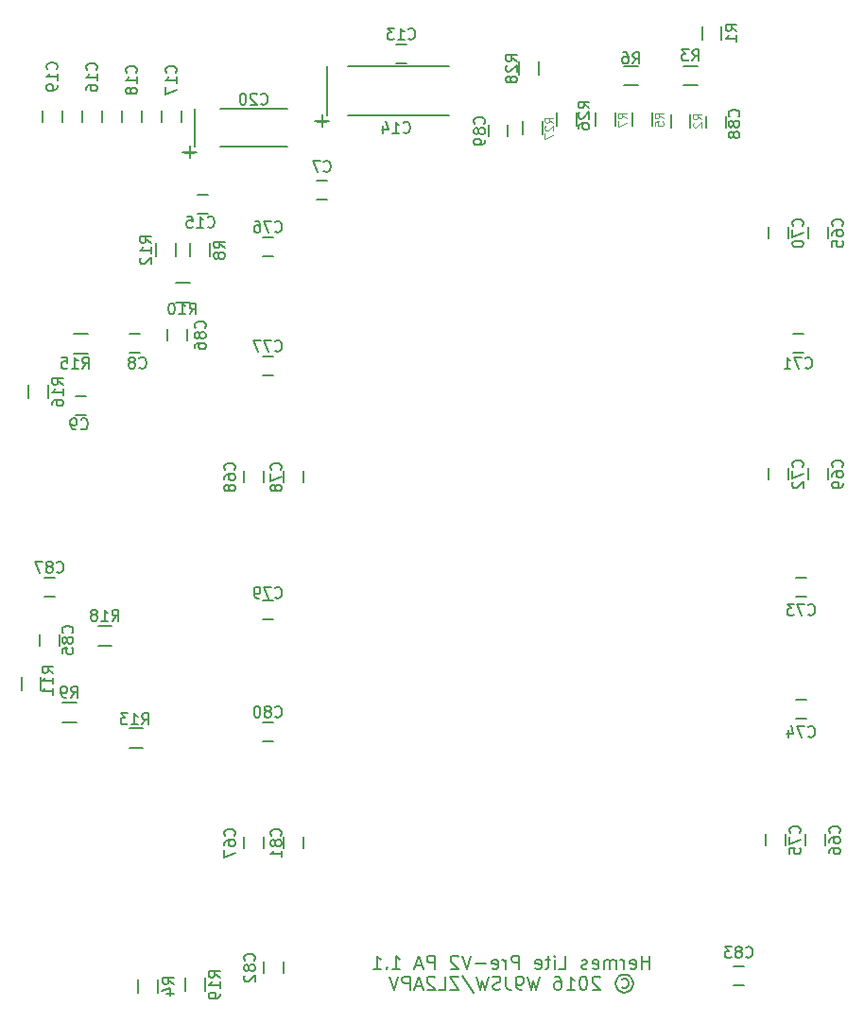
<source format=gbo>
G04 #@! TF.FileFunction,Legend,Bot*
%FSLAX46Y46*%
G04 Gerber Fmt 4.6, Leading zero omitted, Abs format (unit mm)*
G04 Created by KiCad (PCBNEW 4.0.1-stable) date 10/02/2016 08:24:28*
%MOMM*%
G01*
G04 APERTURE LIST*
%ADD10C,0.100000*%
%ADD11C,0.200000*%
%ADD12C,0.150000*%
G04 APERTURE END LIST*
D10*
D11*
X175664857Y-127872857D02*
X175664857Y-126672857D01*
X175664857Y-127244286D02*
X174979142Y-127244286D01*
X174979142Y-127872857D02*
X174979142Y-126672857D01*
X173950571Y-127815714D02*
X174064857Y-127872857D01*
X174293428Y-127872857D01*
X174407714Y-127815714D01*
X174464857Y-127701429D01*
X174464857Y-127244286D01*
X174407714Y-127130000D01*
X174293428Y-127072857D01*
X174064857Y-127072857D01*
X173950571Y-127130000D01*
X173893428Y-127244286D01*
X173893428Y-127358571D01*
X174464857Y-127472857D01*
X173379143Y-127872857D02*
X173379143Y-127072857D01*
X173379143Y-127301429D02*
X173322000Y-127187143D01*
X173264857Y-127130000D01*
X173150571Y-127072857D01*
X173036286Y-127072857D01*
X172636286Y-127872857D02*
X172636286Y-127072857D01*
X172636286Y-127187143D02*
X172579143Y-127130000D01*
X172464857Y-127072857D01*
X172293429Y-127072857D01*
X172179143Y-127130000D01*
X172122000Y-127244286D01*
X172122000Y-127872857D01*
X172122000Y-127244286D02*
X172064857Y-127130000D01*
X171950571Y-127072857D01*
X171779143Y-127072857D01*
X171664857Y-127130000D01*
X171607714Y-127244286D01*
X171607714Y-127872857D01*
X170579143Y-127815714D02*
X170693429Y-127872857D01*
X170922000Y-127872857D01*
X171036286Y-127815714D01*
X171093429Y-127701429D01*
X171093429Y-127244286D01*
X171036286Y-127130000D01*
X170922000Y-127072857D01*
X170693429Y-127072857D01*
X170579143Y-127130000D01*
X170522000Y-127244286D01*
X170522000Y-127358571D01*
X171093429Y-127472857D01*
X170064858Y-127815714D02*
X169950572Y-127872857D01*
X169722000Y-127872857D01*
X169607715Y-127815714D01*
X169550572Y-127701429D01*
X169550572Y-127644286D01*
X169607715Y-127530000D01*
X169722000Y-127472857D01*
X169893429Y-127472857D01*
X170007715Y-127415714D01*
X170064858Y-127301429D01*
X170064858Y-127244286D01*
X170007715Y-127130000D01*
X169893429Y-127072857D01*
X169722000Y-127072857D01*
X169607715Y-127130000D01*
X167550571Y-127872857D02*
X168122000Y-127872857D01*
X168122000Y-126672857D01*
X167150571Y-127872857D02*
X167150571Y-127072857D01*
X167150571Y-126672857D02*
X167207714Y-126730000D01*
X167150571Y-126787143D01*
X167093428Y-126730000D01*
X167150571Y-126672857D01*
X167150571Y-126787143D01*
X166750570Y-127072857D02*
X166293427Y-127072857D01*
X166579142Y-126672857D02*
X166579142Y-127701429D01*
X166521999Y-127815714D01*
X166407713Y-127872857D01*
X166293427Y-127872857D01*
X165436285Y-127815714D02*
X165550571Y-127872857D01*
X165779142Y-127872857D01*
X165893428Y-127815714D01*
X165950571Y-127701429D01*
X165950571Y-127244286D01*
X165893428Y-127130000D01*
X165779142Y-127072857D01*
X165550571Y-127072857D01*
X165436285Y-127130000D01*
X165379142Y-127244286D01*
X165379142Y-127358571D01*
X165950571Y-127472857D01*
X163950571Y-127872857D02*
X163950571Y-126672857D01*
X163493428Y-126672857D01*
X163379142Y-126730000D01*
X163321999Y-126787143D01*
X163264856Y-126901429D01*
X163264856Y-127072857D01*
X163321999Y-127187143D01*
X163379142Y-127244286D01*
X163493428Y-127301429D01*
X163950571Y-127301429D01*
X162750571Y-127872857D02*
X162750571Y-127072857D01*
X162750571Y-127301429D02*
X162693428Y-127187143D01*
X162636285Y-127130000D01*
X162521999Y-127072857D01*
X162407714Y-127072857D01*
X161550571Y-127815714D02*
X161664857Y-127872857D01*
X161893428Y-127872857D01*
X162007714Y-127815714D01*
X162064857Y-127701429D01*
X162064857Y-127244286D01*
X162007714Y-127130000D01*
X161893428Y-127072857D01*
X161664857Y-127072857D01*
X161550571Y-127130000D01*
X161493428Y-127244286D01*
X161493428Y-127358571D01*
X162064857Y-127472857D01*
X160979143Y-127415714D02*
X160064857Y-127415714D01*
X159664857Y-126672857D02*
X159264857Y-127872857D01*
X158864857Y-126672857D01*
X158522001Y-126787143D02*
X158464858Y-126730000D01*
X158350572Y-126672857D01*
X158064858Y-126672857D01*
X157950572Y-126730000D01*
X157893429Y-126787143D01*
X157836286Y-126901429D01*
X157836286Y-127015714D01*
X157893429Y-127187143D01*
X158579143Y-127872857D01*
X157836286Y-127872857D01*
X156407715Y-127872857D02*
X156407715Y-126672857D01*
X155950572Y-126672857D01*
X155836286Y-126730000D01*
X155779143Y-126787143D01*
X155722000Y-126901429D01*
X155722000Y-127072857D01*
X155779143Y-127187143D01*
X155836286Y-127244286D01*
X155950572Y-127301429D01*
X156407715Y-127301429D01*
X155264858Y-127530000D02*
X154693429Y-127530000D01*
X155379143Y-127872857D02*
X154979143Y-126672857D01*
X154579143Y-127872857D01*
X152636286Y-127872857D02*
X153322001Y-127872857D01*
X152979143Y-127872857D02*
X152979143Y-126672857D01*
X153093429Y-126844286D01*
X153207715Y-126958571D01*
X153322001Y-127015714D01*
X152122001Y-127758571D02*
X152064858Y-127815714D01*
X152122001Y-127872857D01*
X152179144Y-127815714D01*
X152122001Y-127758571D01*
X152122001Y-127872857D01*
X150922000Y-127872857D02*
X151607715Y-127872857D01*
X151264857Y-127872857D02*
X151264857Y-126672857D01*
X151379143Y-126844286D01*
X151493429Y-126958571D01*
X151607715Y-127015714D01*
X173150571Y-128838571D02*
X173264857Y-128781429D01*
X173493428Y-128781429D01*
X173607714Y-128838571D01*
X173722000Y-128952857D01*
X173779143Y-129067143D01*
X173779143Y-129295714D01*
X173722000Y-129410000D01*
X173607714Y-129524286D01*
X173493428Y-129581429D01*
X173264857Y-129581429D01*
X173150571Y-129524286D01*
X173379143Y-128381429D02*
X173664857Y-128438571D01*
X173950571Y-128610000D01*
X174122000Y-128895714D01*
X174179143Y-129181429D01*
X174122000Y-129467143D01*
X173950571Y-129752857D01*
X173664857Y-129924286D01*
X173379143Y-129981429D01*
X173093428Y-129924286D01*
X172807714Y-129752857D01*
X172636285Y-129467143D01*
X172579143Y-129181429D01*
X172636285Y-128895714D01*
X172807714Y-128610000D01*
X173093428Y-128438571D01*
X173379143Y-128381429D01*
X171207714Y-128667143D02*
X171150571Y-128610000D01*
X171036285Y-128552857D01*
X170750571Y-128552857D01*
X170636285Y-128610000D01*
X170579142Y-128667143D01*
X170521999Y-128781429D01*
X170521999Y-128895714D01*
X170579142Y-129067143D01*
X171264856Y-129752857D01*
X170521999Y-129752857D01*
X169779142Y-128552857D02*
X169664857Y-128552857D01*
X169550571Y-128610000D01*
X169493428Y-128667143D01*
X169436285Y-128781429D01*
X169379142Y-129010000D01*
X169379142Y-129295714D01*
X169436285Y-129524286D01*
X169493428Y-129638571D01*
X169550571Y-129695714D01*
X169664857Y-129752857D01*
X169779142Y-129752857D01*
X169893428Y-129695714D01*
X169950571Y-129638571D01*
X170007714Y-129524286D01*
X170064857Y-129295714D01*
X170064857Y-129010000D01*
X170007714Y-128781429D01*
X169950571Y-128667143D01*
X169893428Y-128610000D01*
X169779142Y-128552857D01*
X168236285Y-129752857D02*
X168922000Y-129752857D01*
X168579142Y-129752857D02*
X168579142Y-128552857D01*
X168693428Y-128724286D01*
X168807714Y-128838571D01*
X168922000Y-128895714D01*
X167207714Y-128552857D02*
X167436285Y-128552857D01*
X167550571Y-128610000D01*
X167607714Y-128667143D01*
X167722000Y-128838571D01*
X167779143Y-129067143D01*
X167779143Y-129524286D01*
X167722000Y-129638571D01*
X167664857Y-129695714D01*
X167550571Y-129752857D01*
X167322000Y-129752857D01*
X167207714Y-129695714D01*
X167150571Y-129638571D01*
X167093428Y-129524286D01*
X167093428Y-129238571D01*
X167150571Y-129124286D01*
X167207714Y-129067143D01*
X167322000Y-129010000D01*
X167550571Y-129010000D01*
X167664857Y-129067143D01*
X167722000Y-129124286D01*
X167779143Y-129238571D01*
X165779142Y-128552857D02*
X165493428Y-129752857D01*
X165264857Y-128895714D01*
X165036285Y-129752857D01*
X164750571Y-128552857D01*
X164236285Y-129752857D02*
X164007713Y-129752857D01*
X163893428Y-129695714D01*
X163836285Y-129638571D01*
X163721999Y-129467143D01*
X163664856Y-129238571D01*
X163664856Y-128781429D01*
X163721999Y-128667143D01*
X163779142Y-128610000D01*
X163893428Y-128552857D01*
X164121999Y-128552857D01*
X164236285Y-128610000D01*
X164293428Y-128667143D01*
X164350571Y-128781429D01*
X164350571Y-129067143D01*
X164293428Y-129181429D01*
X164236285Y-129238571D01*
X164121999Y-129295714D01*
X163893428Y-129295714D01*
X163779142Y-129238571D01*
X163721999Y-129181429D01*
X163664856Y-129067143D01*
X162807714Y-128552857D02*
X162807714Y-129410000D01*
X162864856Y-129581429D01*
X162979142Y-129695714D01*
X163150571Y-129752857D01*
X163264856Y-129752857D01*
X162293428Y-129695714D02*
X162121999Y-129752857D01*
X161836285Y-129752857D01*
X161721999Y-129695714D01*
X161664856Y-129638571D01*
X161607713Y-129524286D01*
X161607713Y-129410000D01*
X161664856Y-129295714D01*
X161721999Y-129238571D01*
X161836285Y-129181429D01*
X162064856Y-129124286D01*
X162179142Y-129067143D01*
X162236285Y-129010000D01*
X162293428Y-128895714D01*
X162293428Y-128781429D01*
X162236285Y-128667143D01*
X162179142Y-128610000D01*
X162064856Y-128552857D01*
X161779142Y-128552857D01*
X161607713Y-128610000D01*
X161207713Y-128552857D02*
X160921999Y-129752857D01*
X160693428Y-128895714D01*
X160464856Y-129752857D01*
X160179142Y-128552857D01*
X158864856Y-128495714D02*
X159893427Y-130038571D01*
X158579141Y-128552857D02*
X157779141Y-128552857D01*
X158579141Y-129752857D01*
X157779141Y-129752857D01*
X156750570Y-129752857D02*
X157321999Y-129752857D01*
X157321999Y-128552857D01*
X156407713Y-128667143D02*
X156350570Y-128610000D01*
X156236284Y-128552857D01*
X155950570Y-128552857D01*
X155836284Y-128610000D01*
X155779141Y-128667143D01*
X155721998Y-128781429D01*
X155721998Y-128895714D01*
X155779141Y-129067143D01*
X156464855Y-129752857D01*
X155721998Y-129752857D01*
X155264856Y-129410000D02*
X154693427Y-129410000D01*
X155379141Y-129752857D02*
X154979141Y-128552857D01*
X154579141Y-129752857D01*
X154179142Y-129752857D02*
X154179142Y-128552857D01*
X153721999Y-128552857D01*
X153607713Y-128610000D01*
X153550570Y-128667143D01*
X153493427Y-128781429D01*
X153493427Y-128952857D01*
X153550570Y-129067143D01*
X153607713Y-129124286D01*
X153721999Y-129181429D01*
X154179142Y-129181429D01*
X153150570Y-128552857D02*
X152750570Y-129752857D01*
X152350570Y-128552857D01*
D12*
X130040000Y-72732000D02*
X129040000Y-72732000D01*
X129040000Y-71032000D02*
X130040000Y-71032000D01*
X124214000Y-76620000D02*
X125214000Y-76620000D01*
X125214000Y-78320000D02*
X124214000Y-78320000D01*
X153916000Y-46824000D02*
X152916000Y-46824000D01*
X152916000Y-45124000D02*
X153916000Y-45124000D01*
X136136000Y-60286000D02*
X135136000Y-60286000D01*
X135136000Y-58586000D02*
X136136000Y-58586000D01*
X124880000Y-52062000D02*
X124880000Y-51062000D01*
X126580000Y-51062000D02*
X126580000Y-52062000D01*
X131992000Y-52062000D02*
X131992000Y-51062000D01*
X133692000Y-51062000D02*
X133692000Y-52062000D01*
X121324000Y-52062000D02*
X121324000Y-51062000D01*
X123024000Y-51062000D02*
X123024000Y-52062000D01*
X174131000Y-51216000D02*
X174131000Y-52416000D01*
X175881000Y-52416000D02*
X175881000Y-51216000D01*
X174590000Y-47004000D02*
X173390000Y-47004000D01*
X173390000Y-48754000D02*
X174590000Y-48754000D01*
X170829000Y-51216000D02*
X170829000Y-52416000D01*
X172579000Y-52416000D02*
X172579000Y-51216000D01*
X136257000Y-64100000D02*
X136257000Y-62900000D01*
X134507000Y-62900000D02*
X134507000Y-64100000D01*
X134458000Y-66435000D02*
X133258000Y-66435000D01*
X133258000Y-68185000D02*
X134458000Y-68185000D01*
X133209000Y-64100000D02*
X133209000Y-62900000D01*
X131459000Y-62900000D02*
X131459000Y-64100000D01*
X180354000Y-43469000D02*
X180354000Y-44669000D01*
X182104000Y-44669000D02*
X182104000Y-43469000D01*
X177560000Y-51343000D02*
X177560000Y-52543000D01*
X179310000Y-52543000D02*
X179310000Y-51343000D01*
X179924000Y-47004000D02*
X178724000Y-47004000D01*
X178724000Y-48754000D02*
X179924000Y-48754000D01*
X125314000Y-71007000D02*
X124114000Y-71007000D01*
X124114000Y-72757000D02*
X125314000Y-72757000D01*
X121779000Y-76800000D02*
X121779000Y-75600000D01*
X120029000Y-75600000D02*
X120029000Y-76800000D01*
X128436000Y-52062000D02*
X128436000Y-51062000D01*
X130136000Y-51062000D02*
X130136000Y-52062000D01*
X146758660Y-51475640D02*
X146758660Y-47076360D01*
X148661120Y-47076360D02*
X157662880Y-47076360D01*
X157662880Y-51475640D02*
X148661120Y-51475640D01*
X146304000Y-52478940D02*
X146304000Y-51379120D01*
X145704560Y-51978560D02*
X146903440Y-51978560D01*
X134957820Y-54277260D02*
X134957820Y-50878740D01*
X143207740Y-50878740D02*
X137208260Y-50878740D01*
X143207740Y-54277260D02*
X137208260Y-54277260D01*
X134454900Y-55280560D02*
X134454900Y-54180740D01*
X133855460Y-54780180D02*
X135054340Y-54780180D01*
X145804000Y-57316000D02*
X146804000Y-57316000D01*
X146804000Y-59016000D02*
X145804000Y-59016000D01*
X191604000Y-61476000D02*
X191604000Y-62476000D01*
X189904000Y-62476000D02*
X189904000Y-61476000D01*
X191350000Y-115832000D02*
X191350000Y-116832000D01*
X189650000Y-116832000D02*
X189650000Y-115832000D01*
X139358000Y-117086000D02*
X139358000Y-116086000D01*
X141058000Y-116086000D02*
X141058000Y-117086000D01*
X139358000Y-84320000D02*
X139358000Y-83320000D01*
X141058000Y-83320000D02*
X141058000Y-84320000D01*
X191604000Y-83066000D02*
X191604000Y-84066000D01*
X189904000Y-84066000D02*
X189904000Y-83066000D01*
X188048000Y-61476000D02*
X188048000Y-62476000D01*
X186348000Y-62476000D02*
X186348000Y-61476000D01*
X188476000Y-71032000D02*
X189476000Y-71032000D01*
X189476000Y-72732000D02*
X188476000Y-72732000D01*
X188048000Y-83066000D02*
X188048000Y-84066000D01*
X186348000Y-84066000D02*
X186348000Y-83066000D01*
X188730000Y-92876000D02*
X189730000Y-92876000D01*
X189730000Y-94576000D02*
X188730000Y-94576000D01*
X188730000Y-103798000D02*
X189730000Y-103798000D01*
X189730000Y-105498000D02*
X188730000Y-105498000D01*
X187794000Y-115832000D02*
X187794000Y-116832000D01*
X186094000Y-116832000D02*
X186094000Y-115832000D01*
X141978000Y-64096000D02*
X140978000Y-64096000D01*
X140978000Y-62396000D02*
X141978000Y-62396000D01*
X141978000Y-74764000D02*
X140978000Y-74764000D01*
X140978000Y-73064000D02*
X141978000Y-73064000D01*
X142914000Y-84320000D02*
X142914000Y-83320000D01*
X144614000Y-83320000D02*
X144614000Y-84320000D01*
X141978000Y-96608000D02*
X140978000Y-96608000D01*
X140978000Y-94908000D02*
X141978000Y-94908000D01*
X141978000Y-107530000D02*
X140978000Y-107530000D01*
X140978000Y-105830000D02*
X141978000Y-105830000D01*
X142914000Y-117086000D02*
X142914000Y-116086000D01*
X144614000Y-116086000D02*
X144614000Y-117086000D01*
X141136000Y-128262000D02*
X141136000Y-127262000D01*
X142836000Y-127262000D02*
X142836000Y-128262000D01*
X167336500Y-51216000D02*
X167336500Y-52416000D01*
X169086500Y-52416000D02*
X169086500Y-51216000D01*
X164288500Y-51978000D02*
X164288500Y-53178000D01*
X166038500Y-53178000D02*
X166038500Y-51978000D01*
X163971000Y-46644000D02*
X163971000Y-47844000D01*
X165721000Y-47844000D02*
X165721000Y-46644000D01*
X183142000Y-127674000D02*
X184142000Y-127674000D01*
X184142000Y-129374000D02*
X183142000Y-129374000D01*
X122770000Y-97925000D02*
X122770000Y-98925000D01*
X121070000Y-98925000D02*
X121070000Y-97925000D01*
X134200000Y-70620000D02*
X134200000Y-71620000D01*
X132500000Y-71620000D02*
X132500000Y-70620000D01*
X122420000Y-94576000D02*
X121420000Y-94576000D01*
X121420000Y-92876000D02*
X122420000Y-92876000D01*
X123098000Y-105777000D02*
X124298000Y-105777000D01*
X124298000Y-104027000D02*
X123098000Y-104027000D01*
X121144000Y-102962000D02*
X121144000Y-101762000D01*
X119394000Y-101762000D02*
X119394000Y-102962000D01*
X127473000Y-97169000D02*
X126273000Y-97169000D01*
X126273000Y-98919000D02*
X127473000Y-98919000D01*
X130267000Y-106313000D02*
X129067000Y-106313000D01*
X129067000Y-108063000D02*
X130267000Y-108063000D01*
X180760000Y-52570000D02*
X180760000Y-51570000D01*
X182460000Y-51570000D02*
X182460000Y-52570000D01*
X161265500Y-53332000D02*
X161265500Y-52332000D01*
X162965500Y-52332000D02*
X162965500Y-53332000D01*
X131621500Y-130013000D02*
X131621500Y-128813000D01*
X129871500Y-128813000D02*
X129871500Y-130013000D01*
X134062500Y-128686000D02*
X134062500Y-129886000D01*
X135812500Y-129886000D02*
X135812500Y-128686000D01*
X129960666Y-74017143D02*
X130008285Y-74064762D01*
X130151142Y-74112381D01*
X130246380Y-74112381D01*
X130389238Y-74064762D01*
X130484476Y-73969524D01*
X130532095Y-73874286D01*
X130579714Y-73683810D01*
X130579714Y-73540952D01*
X130532095Y-73350476D01*
X130484476Y-73255238D01*
X130389238Y-73160000D01*
X130246380Y-73112381D01*
X130151142Y-73112381D01*
X130008285Y-73160000D01*
X129960666Y-73207619D01*
X129389238Y-73540952D02*
X129484476Y-73493333D01*
X129532095Y-73445714D01*
X129579714Y-73350476D01*
X129579714Y-73302857D01*
X129532095Y-73207619D01*
X129484476Y-73160000D01*
X129389238Y-73112381D01*
X129198761Y-73112381D01*
X129103523Y-73160000D01*
X129055904Y-73207619D01*
X129008285Y-73302857D01*
X129008285Y-73350476D01*
X129055904Y-73445714D01*
X129103523Y-73493333D01*
X129198761Y-73540952D01*
X129389238Y-73540952D01*
X129484476Y-73588571D01*
X129532095Y-73636190D01*
X129579714Y-73731429D01*
X129579714Y-73921905D01*
X129532095Y-74017143D01*
X129484476Y-74064762D01*
X129389238Y-74112381D01*
X129198761Y-74112381D01*
X129103523Y-74064762D01*
X129055904Y-74017143D01*
X129008285Y-73921905D01*
X129008285Y-73731429D01*
X129055904Y-73636190D01*
X129103523Y-73588571D01*
X129198761Y-73540952D01*
X124730666Y-79477143D02*
X124778285Y-79524762D01*
X124921142Y-79572381D01*
X125016380Y-79572381D01*
X125159238Y-79524762D01*
X125254476Y-79429524D01*
X125302095Y-79334286D01*
X125349714Y-79143810D01*
X125349714Y-79000952D01*
X125302095Y-78810476D01*
X125254476Y-78715238D01*
X125159238Y-78620000D01*
X125016380Y-78572381D01*
X124921142Y-78572381D01*
X124778285Y-78620000D01*
X124730666Y-78667619D01*
X124254476Y-79572381D02*
X124064000Y-79572381D01*
X123968761Y-79524762D01*
X123921142Y-79477143D01*
X123825904Y-79334286D01*
X123778285Y-79143810D01*
X123778285Y-78762857D01*
X123825904Y-78667619D01*
X123873523Y-78620000D01*
X123968761Y-78572381D01*
X124159238Y-78572381D01*
X124254476Y-78620000D01*
X124302095Y-78667619D01*
X124349714Y-78762857D01*
X124349714Y-79000952D01*
X124302095Y-79096190D01*
X124254476Y-79143810D01*
X124159238Y-79191429D01*
X123968761Y-79191429D01*
X123873523Y-79143810D01*
X123825904Y-79096190D01*
X123778285Y-79000952D01*
X154058857Y-44553143D02*
X154106476Y-44600762D01*
X154249333Y-44648381D01*
X154344571Y-44648381D01*
X154487429Y-44600762D01*
X154582667Y-44505524D01*
X154630286Y-44410286D01*
X154677905Y-44219810D01*
X154677905Y-44076952D01*
X154630286Y-43886476D01*
X154582667Y-43791238D01*
X154487429Y-43696000D01*
X154344571Y-43648381D01*
X154249333Y-43648381D01*
X154106476Y-43696000D01*
X154058857Y-43743619D01*
X153106476Y-44648381D02*
X153677905Y-44648381D01*
X153392191Y-44648381D02*
X153392191Y-43648381D01*
X153487429Y-43791238D01*
X153582667Y-43886476D01*
X153677905Y-43934095D01*
X152773143Y-43648381D02*
X152154095Y-43648381D01*
X152487429Y-44029333D01*
X152344571Y-44029333D01*
X152249333Y-44076952D01*
X152201714Y-44124571D01*
X152154095Y-44219810D01*
X152154095Y-44457905D01*
X152201714Y-44553143D01*
X152249333Y-44600762D01*
X152344571Y-44648381D01*
X152630286Y-44648381D01*
X152725524Y-44600762D01*
X152773143Y-44553143D01*
X136078857Y-61393143D02*
X136126476Y-61440762D01*
X136269333Y-61488381D01*
X136364571Y-61488381D01*
X136507429Y-61440762D01*
X136602667Y-61345524D01*
X136650286Y-61250286D01*
X136697905Y-61059810D01*
X136697905Y-60916952D01*
X136650286Y-60726476D01*
X136602667Y-60631238D01*
X136507429Y-60536000D01*
X136364571Y-60488381D01*
X136269333Y-60488381D01*
X136126476Y-60536000D01*
X136078857Y-60583619D01*
X135126476Y-61488381D02*
X135697905Y-61488381D01*
X135412191Y-61488381D02*
X135412191Y-60488381D01*
X135507429Y-60631238D01*
X135602667Y-60726476D01*
X135697905Y-60774095D01*
X134221714Y-60488381D02*
X134697905Y-60488381D01*
X134745524Y-60964571D01*
X134697905Y-60916952D01*
X134602667Y-60869333D01*
X134364571Y-60869333D01*
X134269333Y-60916952D01*
X134221714Y-60964571D01*
X134174095Y-61059810D01*
X134174095Y-61297905D01*
X134221714Y-61393143D01*
X134269333Y-61440762D01*
X134364571Y-61488381D01*
X134602667Y-61488381D01*
X134697905Y-61440762D01*
X134745524Y-61393143D01*
X126087143Y-47363143D02*
X126134762Y-47315524D01*
X126182381Y-47172667D01*
X126182381Y-47077429D01*
X126134762Y-46934571D01*
X126039524Y-46839333D01*
X125944286Y-46791714D01*
X125753810Y-46744095D01*
X125610952Y-46744095D01*
X125420476Y-46791714D01*
X125325238Y-46839333D01*
X125230000Y-46934571D01*
X125182381Y-47077429D01*
X125182381Y-47172667D01*
X125230000Y-47315524D01*
X125277619Y-47363143D01*
X126182381Y-48315524D02*
X126182381Y-47744095D01*
X126182381Y-48029809D02*
X125182381Y-48029809D01*
X125325238Y-47934571D01*
X125420476Y-47839333D01*
X125468095Y-47744095D01*
X125182381Y-49172667D02*
X125182381Y-48982190D01*
X125230000Y-48886952D01*
X125277619Y-48839333D01*
X125420476Y-48744095D01*
X125610952Y-48696476D01*
X125991905Y-48696476D01*
X126087143Y-48744095D01*
X126134762Y-48791714D01*
X126182381Y-48886952D01*
X126182381Y-49077429D01*
X126134762Y-49172667D01*
X126087143Y-49220286D01*
X125991905Y-49267905D01*
X125753810Y-49267905D01*
X125658571Y-49220286D01*
X125610952Y-49172667D01*
X125563333Y-49077429D01*
X125563333Y-48886952D01*
X125610952Y-48791714D01*
X125658571Y-48744095D01*
X125753810Y-48696476D01*
X133199143Y-47617143D02*
X133246762Y-47569524D01*
X133294381Y-47426667D01*
X133294381Y-47331429D01*
X133246762Y-47188571D01*
X133151524Y-47093333D01*
X133056286Y-47045714D01*
X132865810Y-46998095D01*
X132722952Y-46998095D01*
X132532476Y-47045714D01*
X132437238Y-47093333D01*
X132342000Y-47188571D01*
X132294381Y-47331429D01*
X132294381Y-47426667D01*
X132342000Y-47569524D01*
X132389619Y-47617143D01*
X133294381Y-48569524D02*
X133294381Y-47998095D01*
X133294381Y-48283809D02*
X132294381Y-48283809D01*
X132437238Y-48188571D01*
X132532476Y-48093333D01*
X132580095Y-47998095D01*
X132294381Y-48902857D02*
X132294381Y-49569524D01*
X133294381Y-49140952D01*
X122531143Y-47319143D02*
X122578762Y-47271524D01*
X122626381Y-47128667D01*
X122626381Y-47033429D01*
X122578762Y-46890571D01*
X122483524Y-46795333D01*
X122388286Y-46747714D01*
X122197810Y-46700095D01*
X122054952Y-46700095D01*
X121864476Y-46747714D01*
X121769238Y-46795333D01*
X121674000Y-46890571D01*
X121626381Y-47033429D01*
X121626381Y-47128667D01*
X121674000Y-47271524D01*
X121721619Y-47319143D01*
X122626381Y-48271524D02*
X122626381Y-47700095D01*
X122626381Y-47985809D02*
X121626381Y-47985809D01*
X121769238Y-47890571D01*
X121864476Y-47795333D01*
X121912095Y-47700095D01*
X122626381Y-48747714D02*
X122626381Y-48938190D01*
X122578762Y-49033429D01*
X122531143Y-49081048D01*
X122388286Y-49176286D01*
X122197810Y-49223905D01*
X121816857Y-49223905D01*
X121721619Y-49176286D01*
X121674000Y-49128667D01*
X121626381Y-49033429D01*
X121626381Y-48842952D01*
X121674000Y-48747714D01*
X121721619Y-48700095D01*
X121816857Y-48652476D01*
X122054952Y-48652476D01*
X122150190Y-48700095D01*
X122197810Y-48747714D01*
X122245429Y-48842952D01*
X122245429Y-49033429D01*
X122197810Y-49128667D01*
X122150190Y-49176286D01*
X122054952Y-49223905D01*
D10*
X176869286Y-51691000D02*
X176512143Y-51441000D01*
X176869286Y-51262428D02*
X176119286Y-51262428D01*
X176119286Y-51548143D01*
X176155000Y-51619571D01*
X176190714Y-51655286D01*
X176262143Y-51691000D01*
X176369286Y-51691000D01*
X176440714Y-51655286D01*
X176476429Y-51619571D01*
X176512143Y-51548143D01*
X176512143Y-51262428D01*
X176119286Y-52369571D02*
X176119286Y-52012428D01*
X176476429Y-51976714D01*
X176440714Y-52012428D01*
X176405000Y-52083857D01*
X176405000Y-52262428D01*
X176440714Y-52333857D01*
X176476429Y-52369571D01*
X176547857Y-52405286D01*
X176726429Y-52405286D01*
X176797857Y-52369571D01*
X176833571Y-52333857D01*
X176869286Y-52262428D01*
X176869286Y-52083857D01*
X176833571Y-52012428D01*
X176797857Y-51976714D01*
D12*
X174156666Y-46807381D02*
X174490000Y-46331190D01*
X174728095Y-46807381D02*
X174728095Y-45807381D01*
X174347142Y-45807381D01*
X174251904Y-45855000D01*
X174204285Y-45902619D01*
X174156666Y-45997857D01*
X174156666Y-46140714D01*
X174204285Y-46235952D01*
X174251904Y-46283571D01*
X174347142Y-46331190D01*
X174728095Y-46331190D01*
X173299523Y-45807381D02*
X173490000Y-45807381D01*
X173585238Y-45855000D01*
X173632857Y-45902619D01*
X173728095Y-46045476D01*
X173775714Y-46235952D01*
X173775714Y-46616905D01*
X173728095Y-46712143D01*
X173680476Y-46759762D01*
X173585238Y-46807381D01*
X173394761Y-46807381D01*
X173299523Y-46759762D01*
X173251904Y-46712143D01*
X173204285Y-46616905D01*
X173204285Y-46378810D01*
X173251904Y-46283571D01*
X173299523Y-46235952D01*
X173394761Y-46188333D01*
X173585238Y-46188333D01*
X173680476Y-46235952D01*
X173728095Y-46283571D01*
X173775714Y-46378810D01*
D10*
X173567286Y-51691000D02*
X173210143Y-51441000D01*
X173567286Y-51262428D02*
X172817286Y-51262428D01*
X172817286Y-51548143D01*
X172853000Y-51619571D01*
X172888714Y-51655286D01*
X172960143Y-51691000D01*
X173067286Y-51691000D01*
X173138714Y-51655286D01*
X173174429Y-51619571D01*
X173210143Y-51548143D01*
X173210143Y-51262428D01*
X172817286Y-51941000D02*
X172817286Y-52441000D01*
X173567286Y-52119571D01*
D12*
X137612381Y-63333334D02*
X137136190Y-63000000D01*
X137612381Y-62761905D02*
X136612381Y-62761905D01*
X136612381Y-63142858D01*
X136660000Y-63238096D01*
X136707619Y-63285715D01*
X136802857Y-63333334D01*
X136945714Y-63333334D01*
X137040952Y-63285715D01*
X137088571Y-63238096D01*
X137136190Y-63142858D01*
X137136190Y-62761905D01*
X137040952Y-63904762D02*
X136993333Y-63809524D01*
X136945714Y-63761905D01*
X136850476Y-63714286D01*
X136802857Y-63714286D01*
X136707619Y-63761905D01*
X136660000Y-63809524D01*
X136612381Y-63904762D01*
X136612381Y-64095239D01*
X136660000Y-64190477D01*
X136707619Y-64238096D01*
X136802857Y-64285715D01*
X136850476Y-64285715D01*
X136945714Y-64238096D01*
X136993333Y-64190477D01*
X137040952Y-64095239D01*
X137040952Y-63904762D01*
X137088571Y-63809524D01*
X137136190Y-63761905D01*
X137231429Y-63714286D01*
X137421905Y-63714286D01*
X137517143Y-63761905D01*
X137564762Y-63809524D01*
X137612381Y-63904762D01*
X137612381Y-64095239D01*
X137564762Y-64190477D01*
X137517143Y-64238096D01*
X137421905Y-64285715D01*
X137231429Y-64285715D01*
X137136190Y-64238096D01*
X137088571Y-64190477D01*
X137040952Y-64095239D01*
X134450857Y-69262381D02*
X134784191Y-68786190D01*
X135022286Y-69262381D02*
X135022286Y-68262381D01*
X134641333Y-68262381D01*
X134546095Y-68310000D01*
X134498476Y-68357619D01*
X134450857Y-68452857D01*
X134450857Y-68595714D01*
X134498476Y-68690952D01*
X134546095Y-68738571D01*
X134641333Y-68786190D01*
X135022286Y-68786190D01*
X133498476Y-69262381D02*
X134069905Y-69262381D01*
X133784191Y-69262381D02*
X133784191Y-68262381D01*
X133879429Y-68405238D01*
X133974667Y-68500476D01*
X134069905Y-68548095D01*
X132879429Y-68262381D02*
X132784190Y-68262381D01*
X132688952Y-68310000D01*
X132641333Y-68357619D01*
X132593714Y-68452857D01*
X132546095Y-68643333D01*
X132546095Y-68881429D01*
X132593714Y-69071905D01*
X132641333Y-69167143D01*
X132688952Y-69214762D01*
X132784190Y-69262381D01*
X132879429Y-69262381D01*
X132974667Y-69214762D01*
X133022286Y-69167143D01*
X133069905Y-69071905D01*
X133117524Y-68881429D01*
X133117524Y-68643333D01*
X133069905Y-68452857D01*
X133022286Y-68357619D01*
X132974667Y-68310000D01*
X132879429Y-68262381D01*
X131008381Y-62857143D02*
X130532190Y-62523809D01*
X131008381Y-62285714D02*
X130008381Y-62285714D01*
X130008381Y-62666667D01*
X130056000Y-62761905D01*
X130103619Y-62809524D01*
X130198857Y-62857143D01*
X130341714Y-62857143D01*
X130436952Y-62809524D01*
X130484571Y-62761905D01*
X130532190Y-62666667D01*
X130532190Y-62285714D01*
X131008381Y-63809524D02*
X131008381Y-63238095D01*
X131008381Y-63523809D02*
X130008381Y-63523809D01*
X130151238Y-63428571D01*
X130246476Y-63333333D01*
X130294095Y-63238095D01*
X130103619Y-64190476D02*
X130056000Y-64238095D01*
X130008381Y-64333333D01*
X130008381Y-64571429D01*
X130056000Y-64666667D01*
X130103619Y-64714286D01*
X130198857Y-64761905D01*
X130294095Y-64761905D01*
X130436952Y-64714286D01*
X131008381Y-64142857D01*
X131008381Y-64761905D01*
X183459381Y-43902334D02*
X182983190Y-43569000D01*
X183459381Y-43330905D02*
X182459381Y-43330905D01*
X182459381Y-43711858D01*
X182507000Y-43807096D01*
X182554619Y-43854715D01*
X182649857Y-43902334D01*
X182792714Y-43902334D01*
X182887952Y-43854715D01*
X182935571Y-43807096D01*
X182983190Y-43711858D01*
X182983190Y-43330905D01*
X183459381Y-44854715D02*
X183459381Y-44283286D01*
X183459381Y-44569000D02*
X182459381Y-44569000D01*
X182602238Y-44473762D01*
X182697476Y-44378524D01*
X182745095Y-44283286D01*
D10*
X180298286Y-51818000D02*
X179941143Y-51568000D01*
X180298286Y-51389428D02*
X179548286Y-51389428D01*
X179548286Y-51675143D01*
X179584000Y-51746571D01*
X179619714Y-51782286D01*
X179691143Y-51818000D01*
X179798286Y-51818000D01*
X179869714Y-51782286D01*
X179905429Y-51746571D01*
X179941143Y-51675143D01*
X179941143Y-51389428D01*
X179619714Y-52103714D02*
X179584000Y-52139428D01*
X179548286Y-52210857D01*
X179548286Y-52389428D01*
X179584000Y-52460857D01*
X179619714Y-52496571D01*
X179691143Y-52532286D01*
X179762571Y-52532286D01*
X179869714Y-52496571D01*
X180298286Y-52068000D01*
X180298286Y-52532286D01*
D12*
X179490666Y-46553381D02*
X179824000Y-46077190D01*
X180062095Y-46553381D02*
X180062095Y-45553381D01*
X179681142Y-45553381D01*
X179585904Y-45601000D01*
X179538285Y-45648619D01*
X179490666Y-45743857D01*
X179490666Y-45886714D01*
X179538285Y-45981952D01*
X179585904Y-46029571D01*
X179681142Y-46077190D01*
X180062095Y-46077190D01*
X179157333Y-45553381D02*
X178538285Y-45553381D01*
X178871619Y-45934333D01*
X178728761Y-45934333D01*
X178633523Y-45981952D01*
X178585904Y-46029571D01*
X178538285Y-46124810D01*
X178538285Y-46362905D01*
X178585904Y-46458143D01*
X178633523Y-46505762D01*
X178728761Y-46553381D01*
X179014476Y-46553381D01*
X179109714Y-46505762D01*
X179157333Y-46458143D01*
X124848857Y-74112381D02*
X125182191Y-73636190D01*
X125420286Y-74112381D02*
X125420286Y-73112381D01*
X125039333Y-73112381D01*
X124944095Y-73160000D01*
X124896476Y-73207619D01*
X124848857Y-73302857D01*
X124848857Y-73445714D01*
X124896476Y-73540952D01*
X124944095Y-73588571D01*
X125039333Y-73636190D01*
X125420286Y-73636190D01*
X123896476Y-74112381D02*
X124467905Y-74112381D01*
X124182191Y-74112381D02*
X124182191Y-73112381D01*
X124277429Y-73255238D01*
X124372667Y-73350476D01*
X124467905Y-73398095D01*
X122991714Y-73112381D02*
X123467905Y-73112381D01*
X123515524Y-73588571D01*
X123467905Y-73540952D01*
X123372667Y-73493333D01*
X123134571Y-73493333D01*
X123039333Y-73540952D01*
X122991714Y-73588571D01*
X122944095Y-73683810D01*
X122944095Y-73921905D01*
X122991714Y-74017143D01*
X123039333Y-74064762D01*
X123134571Y-74112381D01*
X123372667Y-74112381D01*
X123467905Y-74064762D01*
X123515524Y-74017143D01*
X123134381Y-75557143D02*
X122658190Y-75223809D01*
X123134381Y-74985714D02*
X122134381Y-74985714D01*
X122134381Y-75366667D01*
X122182000Y-75461905D01*
X122229619Y-75509524D01*
X122324857Y-75557143D01*
X122467714Y-75557143D01*
X122562952Y-75509524D01*
X122610571Y-75461905D01*
X122658190Y-75366667D01*
X122658190Y-74985714D01*
X123134381Y-76509524D02*
X123134381Y-75938095D01*
X123134381Y-76223809D02*
X122134381Y-76223809D01*
X122277238Y-76128571D01*
X122372476Y-76033333D01*
X122420095Y-75938095D01*
X122134381Y-77366667D02*
X122134381Y-77176190D01*
X122182000Y-77080952D01*
X122229619Y-77033333D01*
X122372476Y-76938095D01*
X122562952Y-76890476D01*
X122943905Y-76890476D01*
X123039143Y-76938095D01*
X123086762Y-76985714D01*
X123134381Y-77080952D01*
X123134381Y-77271429D01*
X123086762Y-77366667D01*
X123039143Y-77414286D01*
X122943905Y-77461905D01*
X122705810Y-77461905D01*
X122610571Y-77414286D01*
X122562952Y-77366667D01*
X122515333Y-77271429D01*
X122515333Y-77080952D01*
X122562952Y-76985714D01*
X122610571Y-76938095D01*
X122705810Y-76890476D01*
X129643143Y-47617143D02*
X129690762Y-47569524D01*
X129738381Y-47426667D01*
X129738381Y-47331429D01*
X129690762Y-47188571D01*
X129595524Y-47093333D01*
X129500286Y-47045714D01*
X129309810Y-46998095D01*
X129166952Y-46998095D01*
X128976476Y-47045714D01*
X128881238Y-47093333D01*
X128786000Y-47188571D01*
X128738381Y-47331429D01*
X128738381Y-47426667D01*
X128786000Y-47569524D01*
X128833619Y-47617143D01*
X129738381Y-48569524D02*
X129738381Y-47998095D01*
X129738381Y-48283809D02*
X128738381Y-48283809D01*
X128881238Y-48188571D01*
X128976476Y-48093333D01*
X129024095Y-47998095D01*
X129166952Y-49140952D02*
X129119333Y-49045714D01*
X129071714Y-48998095D01*
X128976476Y-48950476D01*
X128928857Y-48950476D01*
X128833619Y-48998095D01*
X128786000Y-49045714D01*
X128738381Y-49140952D01*
X128738381Y-49331429D01*
X128786000Y-49426667D01*
X128833619Y-49474286D01*
X128928857Y-49521905D01*
X128976476Y-49521905D01*
X129071714Y-49474286D01*
X129119333Y-49426667D01*
X129166952Y-49331429D01*
X129166952Y-49140952D01*
X129214571Y-49045714D01*
X129262190Y-48998095D01*
X129357429Y-48950476D01*
X129547905Y-48950476D01*
X129643143Y-48998095D01*
X129690762Y-49045714D01*
X129738381Y-49140952D01*
X129738381Y-49331429D01*
X129690762Y-49426667D01*
X129643143Y-49474286D01*
X129547905Y-49521905D01*
X129357429Y-49521905D01*
X129262190Y-49474286D01*
X129214571Y-49426667D01*
X129166952Y-49331429D01*
X153604197Y-52932603D02*
X153651816Y-52980222D01*
X153794673Y-53027841D01*
X153889911Y-53027841D01*
X154032769Y-52980222D01*
X154128007Y-52884984D01*
X154175626Y-52789746D01*
X154223245Y-52599270D01*
X154223245Y-52456412D01*
X154175626Y-52265936D01*
X154128007Y-52170698D01*
X154032769Y-52075460D01*
X153889911Y-52027841D01*
X153794673Y-52027841D01*
X153651816Y-52075460D01*
X153604197Y-52123079D01*
X152651816Y-53027841D02*
X153223245Y-53027841D01*
X152937531Y-53027841D02*
X152937531Y-52027841D01*
X153032769Y-52170698D01*
X153128007Y-52265936D01*
X153223245Y-52313555D01*
X151794673Y-52361174D02*
X151794673Y-53027841D01*
X152032769Y-51980222D02*
X152270864Y-52694508D01*
X151651816Y-52694508D01*
X146687492Y-52047449D02*
X145925587Y-52047449D01*
X146306539Y-52428401D02*
X146306539Y-51666496D01*
X140850857Y-50395143D02*
X140898476Y-50442762D01*
X141041333Y-50490381D01*
X141136571Y-50490381D01*
X141279429Y-50442762D01*
X141374667Y-50347524D01*
X141422286Y-50252286D01*
X141469905Y-50061810D01*
X141469905Y-49918952D01*
X141422286Y-49728476D01*
X141374667Y-49633238D01*
X141279429Y-49538000D01*
X141136571Y-49490381D01*
X141041333Y-49490381D01*
X140898476Y-49538000D01*
X140850857Y-49585619D01*
X140469905Y-49585619D02*
X140422286Y-49538000D01*
X140327048Y-49490381D01*
X140088952Y-49490381D01*
X139993714Y-49538000D01*
X139946095Y-49585619D01*
X139898476Y-49680857D01*
X139898476Y-49776095D01*
X139946095Y-49918952D01*
X140517524Y-50490381D01*
X139898476Y-50490381D01*
X139279429Y-49490381D02*
X139184190Y-49490381D01*
X139088952Y-49538000D01*
X139041333Y-49585619D01*
X138993714Y-49680857D01*
X138946095Y-49871333D01*
X138946095Y-50109429D01*
X138993714Y-50299905D01*
X139041333Y-50395143D01*
X139088952Y-50442762D01*
X139184190Y-50490381D01*
X139279429Y-50490381D01*
X139374667Y-50442762D01*
X139422286Y-50395143D01*
X139469905Y-50299905D01*
X139517524Y-50109429D01*
X139517524Y-49871333D01*
X139469905Y-49680857D01*
X139422286Y-49585619D01*
X139374667Y-49538000D01*
X139279429Y-49490381D01*
X134838392Y-54849069D02*
X134076487Y-54849069D01*
X134457439Y-55230021D02*
X134457439Y-54468116D01*
X146470666Y-56423143D02*
X146518285Y-56470762D01*
X146661142Y-56518381D01*
X146756380Y-56518381D01*
X146899238Y-56470762D01*
X146994476Y-56375524D01*
X147042095Y-56280286D01*
X147089714Y-56089810D01*
X147089714Y-55946952D01*
X147042095Y-55756476D01*
X146994476Y-55661238D01*
X146899238Y-55566000D01*
X146756380Y-55518381D01*
X146661142Y-55518381D01*
X146518285Y-55566000D01*
X146470666Y-55613619D01*
X146137333Y-55518381D02*
X145470666Y-55518381D01*
X145899238Y-56518381D01*
X192889143Y-61333143D02*
X192936762Y-61285524D01*
X192984381Y-61142667D01*
X192984381Y-61047429D01*
X192936762Y-60904571D01*
X192841524Y-60809333D01*
X192746286Y-60761714D01*
X192555810Y-60714095D01*
X192412952Y-60714095D01*
X192222476Y-60761714D01*
X192127238Y-60809333D01*
X192032000Y-60904571D01*
X191984381Y-61047429D01*
X191984381Y-61142667D01*
X192032000Y-61285524D01*
X192079619Y-61333143D01*
X191984381Y-62190286D02*
X191984381Y-61999809D01*
X192032000Y-61904571D01*
X192079619Y-61856952D01*
X192222476Y-61761714D01*
X192412952Y-61714095D01*
X192793905Y-61714095D01*
X192889143Y-61761714D01*
X192936762Y-61809333D01*
X192984381Y-61904571D01*
X192984381Y-62095048D01*
X192936762Y-62190286D01*
X192889143Y-62237905D01*
X192793905Y-62285524D01*
X192555810Y-62285524D01*
X192460571Y-62237905D01*
X192412952Y-62190286D01*
X192365333Y-62095048D01*
X192365333Y-61904571D01*
X192412952Y-61809333D01*
X192460571Y-61761714D01*
X192555810Y-61714095D01*
X191984381Y-63190286D02*
X191984381Y-62714095D01*
X192460571Y-62666476D01*
X192412952Y-62714095D01*
X192365333Y-62809333D01*
X192365333Y-63047429D01*
X192412952Y-63142667D01*
X192460571Y-63190286D01*
X192555810Y-63237905D01*
X192793905Y-63237905D01*
X192889143Y-63190286D01*
X192936762Y-63142667D01*
X192984381Y-63047429D01*
X192984381Y-62809333D01*
X192936762Y-62714095D01*
X192889143Y-62666476D01*
X192635143Y-115689143D02*
X192682762Y-115641524D01*
X192730381Y-115498667D01*
X192730381Y-115403429D01*
X192682762Y-115260571D01*
X192587524Y-115165333D01*
X192492286Y-115117714D01*
X192301810Y-115070095D01*
X192158952Y-115070095D01*
X191968476Y-115117714D01*
X191873238Y-115165333D01*
X191778000Y-115260571D01*
X191730381Y-115403429D01*
X191730381Y-115498667D01*
X191778000Y-115641524D01*
X191825619Y-115689143D01*
X191730381Y-116546286D02*
X191730381Y-116355809D01*
X191778000Y-116260571D01*
X191825619Y-116212952D01*
X191968476Y-116117714D01*
X192158952Y-116070095D01*
X192539905Y-116070095D01*
X192635143Y-116117714D01*
X192682762Y-116165333D01*
X192730381Y-116260571D01*
X192730381Y-116451048D01*
X192682762Y-116546286D01*
X192635143Y-116593905D01*
X192539905Y-116641524D01*
X192301810Y-116641524D01*
X192206571Y-116593905D01*
X192158952Y-116546286D01*
X192111333Y-116451048D01*
X192111333Y-116260571D01*
X192158952Y-116165333D01*
X192206571Y-116117714D01*
X192301810Y-116070095D01*
X191730381Y-117498667D02*
X191730381Y-117308190D01*
X191778000Y-117212952D01*
X191825619Y-117165333D01*
X191968476Y-117070095D01*
X192158952Y-117022476D01*
X192539905Y-117022476D01*
X192635143Y-117070095D01*
X192682762Y-117117714D01*
X192730381Y-117212952D01*
X192730381Y-117403429D01*
X192682762Y-117498667D01*
X192635143Y-117546286D01*
X192539905Y-117593905D01*
X192301810Y-117593905D01*
X192206571Y-117546286D01*
X192158952Y-117498667D01*
X192111333Y-117403429D01*
X192111333Y-117212952D01*
X192158952Y-117117714D01*
X192206571Y-117070095D01*
X192301810Y-117022476D01*
X138465143Y-115943143D02*
X138512762Y-115895524D01*
X138560381Y-115752667D01*
X138560381Y-115657429D01*
X138512762Y-115514571D01*
X138417524Y-115419333D01*
X138322286Y-115371714D01*
X138131810Y-115324095D01*
X137988952Y-115324095D01*
X137798476Y-115371714D01*
X137703238Y-115419333D01*
X137608000Y-115514571D01*
X137560381Y-115657429D01*
X137560381Y-115752667D01*
X137608000Y-115895524D01*
X137655619Y-115943143D01*
X137560381Y-116800286D02*
X137560381Y-116609809D01*
X137608000Y-116514571D01*
X137655619Y-116466952D01*
X137798476Y-116371714D01*
X137988952Y-116324095D01*
X138369905Y-116324095D01*
X138465143Y-116371714D01*
X138512762Y-116419333D01*
X138560381Y-116514571D01*
X138560381Y-116705048D01*
X138512762Y-116800286D01*
X138465143Y-116847905D01*
X138369905Y-116895524D01*
X138131810Y-116895524D01*
X138036571Y-116847905D01*
X137988952Y-116800286D01*
X137941333Y-116705048D01*
X137941333Y-116514571D01*
X137988952Y-116419333D01*
X138036571Y-116371714D01*
X138131810Y-116324095D01*
X137560381Y-117228857D02*
X137560381Y-117895524D01*
X138560381Y-117466952D01*
X138465143Y-83177143D02*
X138512762Y-83129524D01*
X138560381Y-82986667D01*
X138560381Y-82891429D01*
X138512762Y-82748571D01*
X138417524Y-82653333D01*
X138322286Y-82605714D01*
X138131810Y-82558095D01*
X137988952Y-82558095D01*
X137798476Y-82605714D01*
X137703238Y-82653333D01*
X137608000Y-82748571D01*
X137560381Y-82891429D01*
X137560381Y-82986667D01*
X137608000Y-83129524D01*
X137655619Y-83177143D01*
X137560381Y-84034286D02*
X137560381Y-83843809D01*
X137608000Y-83748571D01*
X137655619Y-83700952D01*
X137798476Y-83605714D01*
X137988952Y-83558095D01*
X138369905Y-83558095D01*
X138465143Y-83605714D01*
X138512762Y-83653333D01*
X138560381Y-83748571D01*
X138560381Y-83939048D01*
X138512762Y-84034286D01*
X138465143Y-84081905D01*
X138369905Y-84129524D01*
X138131810Y-84129524D01*
X138036571Y-84081905D01*
X137988952Y-84034286D01*
X137941333Y-83939048D01*
X137941333Y-83748571D01*
X137988952Y-83653333D01*
X138036571Y-83605714D01*
X138131810Y-83558095D01*
X137988952Y-84700952D02*
X137941333Y-84605714D01*
X137893714Y-84558095D01*
X137798476Y-84510476D01*
X137750857Y-84510476D01*
X137655619Y-84558095D01*
X137608000Y-84605714D01*
X137560381Y-84700952D01*
X137560381Y-84891429D01*
X137608000Y-84986667D01*
X137655619Y-85034286D01*
X137750857Y-85081905D01*
X137798476Y-85081905D01*
X137893714Y-85034286D01*
X137941333Y-84986667D01*
X137988952Y-84891429D01*
X137988952Y-84700952D01*
X138036571Y-84605714D01*
X138084190Y-84558095D01*
X138179429Y-84510476D01*
X138369905Y-84510476D01*
X138465143Y-84558095D01*
X138512762Y-84605714D01*
X138560381Y-84700952D01*
X138560381Y-84891429D01*
X138512762Y-84986667D01*
X138465143Y-85034286D01*
X138369905Y-85081905D01*
X138179429Y-85081905D01*
X138084190Y-85034286D01*
X138036571Y-84986667D01*
X137988952Y-84891429D01*
X192889143Y-82923143D02*
X192936762Y-82875524D01*
X192984381Y-82732667D01*
X192984381Y-82637429D01*
X192936762Y-82494571D01*
X192841524Y-82399333D01*
X192746286Y-82351714D01*
X192555810Y-82304095D01*
X192412952Y-82304095D01*
X192222476Y-82351714D01*
X192127238Y-82399333D01*
X192032000Y-82494571D01*
X191984381Y-82637429D01*
X191984381Y-82732667D01*
X192032000Y-82875524D01*
X192079619Y-82923143D01*
X191984381Y-83780286D02*
X191984381Y-83589809D01*
X192032000Y-83494571D01*
X192079619Y-83446952D01*
X192222476Y-83351714D01*
X192412952Y-83304095D01*
X192793905Y-83304095D01*
X192889143Y-83351714D01*
X192936762Y-83399333D01*
X192984381Y-83494571D01*
X192984381Y-83685048D01*
X192936762Y-83780286D01*
X192889143Y-83827905D01*
X192793905Y-83875524D01*
X192555810Y-83875524D01*
X192460571Y-83827905D01*
X192412952Y-83780286D01*
X192365333Y-83685048D01*
X192365333Y-83494571D01*
X192412952Y-83399333D01*
X192460571Y-83351714D01*
X192555810Y-83304095D01*
X192984381Y-84351714D02*
X192984381Y-84542190D01*
X192936762Y-84637429D01*
X192889143Y-84685048D01*
X192746286Y-84780286D01*
X192555810Y-84827905D01*
X192174857Y-84827905D01*
X192079619Y-84780286D01*
X192032000Y-84732667D01*
X191984381Y-84637429D01*
X191984381Y-84446952D01*
X192032000Y-84351714D01*
X192079619Y-84304095D01*
X192174857Y-84256476D01*
X192412952Y-84256476D01*
X192508190Y-84304095D01*
X192555810Y-84351714D01*
X192603429Y-84446952D01*
X192603429Y-84637429D01*
X192555810Y-84732667D01*
X192508190Y-84780286D01*
X192412952Y-84827905D01*
X189333143Y-61333143D02*
X189380762Y-61285524D01*
X189428381Y-61142667D01*
X189428381Y-61047429D01*
X189380762Y-60904571D01*
X189285524Y-60809333D01*
X189190286Y-60761714D01*
X188999810Y-60714095D01*
X188856952Y-60714095D01*
X188666476Y-60761714D01*
X188571238Y-60809333D01*
X188476000Y-60904571D01*
X188428381Y-61047429D01*
X188428381Y-61142667D01*
X188476000Y-61285524D01*
X188523619Y-61333143D01*
X188428381Y-61666476D02*
X188428381Y-62333143D01*
X189428381Y-61904571D01*
X188428381Y-62904571D02*
X188428381Y-62999810D01*
X188476000Y-63095048D01*
X188523619Y-63142667D01*
X188618857Y-63190286D01*
X188809333Y-63237905D01*
X189047429Y-63237905D01*
X189237905Y-63190286D01*
X189333143Y-63142667D01*
X189380762Y-63095048D01*
X189428381Y-62999810D01*
X189428381Y-62904571D01*
X189380762Y-62809333D01*
X189333143Y-62761714D01*
X189237905Y-62714095D01*
X189047429Y-62666476D01*
X188809333Y-62666476D01*
X188618857Y-62714095D01*
X188523619Y-62761714D01*
X188476000Y-62809333D01*
X188428381Y-62904571D01*
X189618857Y-74017143D02*
X189666476Y-74064762D01*
X189809333Y-74112381D01*
X189904571Y-74112381D01*
X190047429Y-74064762D01*
X190142667Y-73969524D01*
X190190286Y-73874286D01*
X190237905Y-73683810D01*
X190237905Y-73540952D01*
X190190286Y-73350476D01*
X190142667Y-73255238D01*
X190047429Y-73160000D01*
X189904571Y-73112381D01*
X189809333Y-73112381D01*
X189666476Y-73160000D01*
X189618857Y-73207619D01*
X189285524Y-73112381D02*
X188618857Y-73112381D01*
X189047429Y-74112381D01*
X187714095Y-74112381D02*
X188285524Y-74112381D01*
X187999810Y-74112381D02*
X187999810Y-73112381D01*
X188095048Y-73255238D01*
X188190286Y-73350476D01*
X188285524Y-73398095D01*
X189333143Y-82923143D02*
X189380762Y-82875524D01*
X189428381Y-82732667D01*
X189428381Y-82637429D01*
X189380762Y-82494571D01*
X189285524Y-82399333D01*
X189190286Y-82351714D01*
X188999810Y-82304095D01*
X188856952Y-82304095D01*
X188666476Y-82351714D01*
X188571238Y-82399333D01*
X188476000Y-82494571D01*
X188428381Y-82637429D01*
X188428381Y-82732667D01*
X188476000Y-82875524D01*
X188523619Y-82923143D01*
X188428381Y-83256476D02*
X188428381Y-83923143D01*
X189428381Y-83494571D01*
X188523619Y-84256476D02*
X188476000Y-84304095D01*
X188428381Y-84399333D01*
X188428381Y-84637429D01*
X188476000Y-84732667D01*
X188523619Y-84780286D01*
X188618857Y-84827905D01*
X188714095Y-84827905D01*
X188856952Y-84780286D01*
X189428381Y-84208857D01*
X189428381Y-84827905D01*
X189872857Y-96115143D02*
X189920476Y-96162762D01*
X190063333Y-96210381D01*
X190158571Y-96210381D01*
X190301429Y-96162762D01*
X190396667Y-96067524D01*
X190444286Y-95972286D01*
X190491905Y-95781810D01*
X190491905Y-95638952D01*
X190444286Y-95448476D01*
X190396667Y-95353238D01*
X190301429Y-95258000D01*
X190158571Y-95210381D01*
X190063333Y-95210381D01*
X189920476Y-95258000D01*
X189872857Y-95305619D01*
X189539524Y-95210381D02*
X188872857Y-95210381D01*
X189301429Y-96210381D01*
X188587143Y-95210381D02*
X187968095Y-95210381D01*
X188301429Y-95591333D01*
X188158571Y-95591333D01*
X188063333Y-95638952D01*
X188015714Y-95686571D01*
X187968095Y-95781810D01*
X187968095Y-96019905D01*
X188015714Y-96115143D01*
X188063333Y-96162762D01*
X188158571Y-96210381D01*
X188444286Y-96210381D01*
X188539524Y-96162762D01*
X188587143Y-96115143D01*
X189872857Y-107037143D02*
X189920476Y-107084762D01*
X190063333Y-107132381D01*
X190158571Y-107132381D01*
X190301429Y-107084762D01*
X190396667Y-106989524D01*
X190444286Y-106894286D01*
X190491905Y-106703810D01*
X190491905Y-106560952D01*
X190444286Y-106370476D01*
X190396667Y-106275238D01*
X190301429Y-106180000D01*
X190158571Y-106132381D01*
X190063333Y-106132381D01*
X189920476Y-106180000D01*
X189872857Y-106227619D01*
X189539524Y-106132381D02*
X188872857Y-106132381D01*
X189301429Y-107132381D01*
X188063333Y-106465714D02*
X188063333Y-107132381D01*
X188301429Y-106084762D02*
X188539524Y-106799048D01*
X187920476Y-106799048D01*
X189079143Y-115689143D02*
X189126762Y-115641524D01*
X189174381Y-115498667D01*
X189174381Y-115403429D01*
X189126762Y-115260571D01*
X189031524Y-115165333D01*
X188936286Y-115117714D01*
X188745810Y-115070095D01*
X188602952Y-115070095D01*
X188412476Y-115117714D01*
X188317238Y-115165333D01*
X188222000Y-115260571D01*
X188174381Y-115403429D01*
X188174381Y-115498667D01*
X188222000Y-115641524D01*
X188269619Y-115689143D01*
X188174381Y-116022476D02*
X188174381Y-116689143D01*
X189174381Y-116260571D01*
X188174381Y-117546286D02*
X188174381Y-117070095D01*
X188650571Y-117022476D01*
X188602952Y-117070095D01*
X188555333Y-117165333D01*
X188555333Y-117403429D01*
X188602952Y-117498667D01*
X188650571Y-117546286D01*
X188745810Y-117593905D01*
X188983905Y-117593905D01*
X189079143Y-117546286D01*
X189126762Y-117498667D01*
X189174381Y-117403429D01*
X189174381Y-117165333D01*
X189126762Y-117070095D01*
X189079143Y-117022476D01*
X142120857Y-61825143D02*
X142168476Y-61872762D01*
X142311333Y-61920381D01*
X142406571Y-61920381D01*
X142549429Y-61872762D01*
X142644667Y-61777524D01*
X142692286Y-61682286D01*
X142739905Y-61491810D01*
X142739905Y-61348952D01*
X142692286Y-61158476D01*
X142644667Y-61063238D01*
X142549429Y-60968000D01*
X142406571Y-60920381D01*
X142311333Y-60920381D01*
X142168476Y-60968000D01*
X142120857Y-61015619D01*
X141787524Y-60920381D02*
X141120857Y-60920381D01*
X141549429Y-61920381D01*
X140311333Y-60920381D02*
X140501810Y-60920381D01*
X140597048Y-60968000D01*
X140644667Y-61015619D01*
X140739905Y-61158476D01*
X140787524Y-61348952D01*
X140787524Y-61729905D01*
X140739905Y-61825143D01*
X140692286Y-61872762D01*
X140597048Y-61920381D01*
X140406571Y-61920381D01*
X140311333Y-61872762D01*
X140263714Y-61825143D01*
X140216095Y-61729905D01*
X140216095Y-61491810D01*
X140263714Y-61396571D01*
X140311333Y-61348952D01*
X140406571Y-61301333D01*
X140597048Y-61301333D01*
X140692286Y-61348952D01*
X140739905Y-61396571D01*
X140787524Y-61491810D01*
X142120857Y-72493143D02*
X142168476Y-72540762D01*
X142311333Y-72588381D01*
X142406571Y-72588381D01*
X142549429Y-72540762D01*
X142644667Y-72445524D01*
X142692286Y-72350286D01*
X142739905Y-72159810D01*
X142739905Y-72016952D01*
X142692286Y-71826476D01*
X142644667Y-71731238D01*
X142549429Y-71636000D01*
X142406571Y-71588381D01*
X142311333Y-71588381D01*
X142168476Y-71636000D01*
X142120857Y-71683619D01*
X141787524Y-71588381D02*
X141120857Y-71588381D01*
X141549429Y-72588381D01*
X140835143Y-71588381D02*
X140168476Y-71588381D01*
X140597048Y-72588381D01*
X142597143Y-83177143D02*
X142644762Y-83129524D01*
X142692381Y-82986667D01*
X142692381Y-82891429D01*
X142644762Y-82748571D01*
X142549524Y-82653333D01*
X142454286Y-82605714D01*
X142263810Y-82558095D01*
X142120952Y-82558095D01*
X141930476Y-82605714D01*
X141835238Y-82653333D01*
X141740000Y-82748571D01*
X141692381Y-82891429D01*
X141692381Y-82986667D01*
X141740000Y-83129524D01*
X141787619Y-83177143D01*
X141692381Y-83510476D02*
X141692381Y-84177143D01*
X142692381Y-83748571D01*
X142120952Y-84700952D02*
X142073333Y-84605714D01*
X142025714Y-84558095D01*
X141930476Y-84510476D01*
X141882857Y-84510476D01*
X141787619Y-84558095D01*
X141740000Y-84605714D01*
X141692381Y-84700952D01*
X141692381Y-84891429D01*
X141740000Y-84986667D01*
X141787619Y-85034286D01*
X141882857Y-85081905D01*
X141930476Y-85081905D01*
X142025714Y-85034286D01*
X142073333Y-84986667D01*
X142120952Y-84891429D01*
X142120952Y-84700952D01*
X142168571Y-84605714D01*
X142216190Y-84558095D01*
X142311429Y-84510476D01*
X142501905Y-84510476D01*
X142597143Y-84558095D01*
X142644762Y-84605714D01*
X142692381Y-84700952D01*
X142692381Y-84891429D01*
X142644762Y-84986667D01*
X142597143Y-85034286D01*
X142501905Y-85081905D01*
X142311429Y-85081905D01*
X142216190Y-85034286D01*
X142168571Y-84986667D01*
X142120952Y-84891429D01*
X142120857Y-94591143D02*
X142168476Y-94638762D01*
X142311333Y-94686381D01*
X142406571Y-94686381D01*
X142549429Y-94638762D01*
X142644667Y-94543524D01*
X142692286Y-94448286D01*
X142739905Y-94257810D01*
X142739905Y-94114952D01*
X142692286Y-93924476D01*
X142644667Y-93829238D01*
X142549429Y-93734000D01*
X142406571Y-93686381D01*
X142311333Y-93686381D01*
X142168476Y-93734000D01*
X142120857Y-93781619D01*
X141787524Y-93686381D02*
X141120857Y-93686381D01*
X141549429Y-94686381D01*
X140692286Y-94686381D02*
X140501810Y-94686381D01*
X140406571Y-94638762D01*
X140358952Y-94591143D01*
X140263714Y-94448286D01*
X140216095Y-94257810D01*
X140216095Y-93876857D01*
X140263714Y-93781619D01*
X140311333Y-93734000D01*
X140406571Y-93686381D01*
X140597048Y-93686381D01*
X140692286Y-93734000D01*
X140739905Y-93781619D01*
X140787524Y-93876857D01*
X140787524Y-94114952D01*
X140739905Y-94210190D01*
X140692286Y-94257810D01*
X140597048Y-94305429D01*
X140406571Y-94305429D01*
X140311333Y-94257810D01*
X140263714Y-94210190D01*
X140216095Y-94114952D01*
X142120857Y-105259143D02*
X142168476Y-105306762D01*
X142311333Y-105354381D01*
X142406571Y-105354381D01*
X142549429Y-105306762D01*
X142644667Y-105211524D01*
X142692286Y-105116286D01*
X142739905Y-104925810D01*
X142739905Y-104782952D01*
X142692286Y-104592476D01*
X142644667Y-104497238D01*
X142549429Y-104402000D01*
X142406571Y-104354381D01*
X142311333Y-104354381D01*
X142168476Y-104402000D01*
X142120857Y-104449619D01*
X141549429Y-104782952D02*
X141644667Y-104735333D01*
X141692286Y-104687714D01*
X141739905Y-104592476D01*
X141739905Y-104544857D01*
X141692286Y-104449619D01*
X141644667Y-104402000D01*
X141549429Y-104354381D01*
X141358952Y-104354381D01*
X141263714Y-104402000D01*
X141216095Y-104449619D01*
X141168476Y-104544857D01*
X141168476Y-104592476D01*
X141216095Y-104687714D01*
X141263714Y-104735333D01*
X141358952Y-104782952D01*
X141549429Y-104782952D01*
X141644667Y-104830571D01*
X141692286Y-104878190D01*
X141739905Y-104973429D01*
X141739905Y-105163905D01*
X141692286Y-105259143D01*
X141644667Y-105306762D01*
X141549429Y-105354381D01*
X141358952Y-105354381D01*
X141263714Y-105306762D01*
X141216095Y-105259143D01*
X141168476Y-105163905D01*
X141168476Y-104973429D01*
X141216095Y-104878190D01*
X141263714Y-104830571D01*
X141358952Y-104782952D01*
X140549429Y-104354381D02*
X140454190Y-104354381D01*
X140358952Y-104402000D01*
X140311333Y-104449619D01*
X140263714Y-104544857D01*
X140216095Y-104735333D01*
X140216095Y-104973429D01*
X140263714Y-105163905D01*
X140311333Y-105259143D01*
X140358952Y-105306762D01*
X140454190Y-105354381D01*
X140549429Y-105354381D01*
X140644667Y-105306762D01*
X140692286Y-105259143D01*
X140739905Y-105163905D01*
X140787524Y-104973429D01*
X140787524Y-104735333D01*
X140739905Y-104544857D01*
X140692286Y-104449619D01*
X140644667Y-104402000D01*
X140549429Y-104354381D01*
X142597143Y-115943143D02*
X142644762Y-115895524D01*
X142692381Y-115752667D01*
X142692381Y-115657429D01*
X142644762Y-115514571D01*
X142549524Y-115419333D01*
X142454286Y-115371714D01*
X142263810Y-115324095D01*
X142120952Y-115324095D01*
X141930476Y-115371714D01*
X141835238Y-115419333D01*
X141740000Y-115514571D01*
X141692381Y-115657429D01*
X141692381Y-115752667D01*
X141740000Y-115895524D01*
X141787619Y-115943143D01*
X142120952Y-116514571D02*
X142073333Y-116419333D01*
X142025714Y-116371714D01*
X141930476Y-116324095D01*
X141882857Y-116324095D01*
X141787619Y-116371714D01*
X141740000Y-116419333D01*
X141692381Y-116514571D01*
X141692381Y-116705048D01*
X141740000Y-116800286D01*
X141787619Y-116847905D01*
X141882857Y-116895524D01*
X141930476Y-116895524D01*
X142025714Y-116847905D01*
X142073333Y-116800286D01*
X142120952Y-116705048D01*
X142120952Y-116514571D01*
X142168571Y-116419333D01*
X142216190Y-116371714D01*
X142311429Y-116324095D01*
X142501905Y-116324095D01*
X142597143Y-116371714D01*
X142644762Y-116419333D01*
X142692381Y-116514571D01*
X142692381Y-116705048D01*
X142644762Y-116800286D01*
X142597143Y-116847905D01*
X142501905Y-116895524D01*
X142311429Y-116895524D01*
X142216190Y-116847905D01*
X142168571Y-116800286D01*
X142120952Y-116705048D01*
X142692381Y-117847905D02*
X142692381Y-117276476D01*
X142692381Y-117562190D02*
X141692381Y-117562190D01*
X141835238Y-117466952D01*
X141930476Y-117371714D01*
X141978095Y-117276476D01*
X140243143Y-127119143D02*
X140290762Y-127071524D01*
X140338381Y-126928667D01*
X140338381Y-126833429D01*
X140290762Y-126690571D01*
X140195524Y-126595333D01*
X140100286Y-126547714D01*
X139909810Y-126500095D01*
X139766952Y-126500095D01*
X139576476Y-126547714D01*
X139481238Y-126595333D01*
X139386000Y-126690571D01*
X139338381Y-126833429D01*
X139338381Y-126928667D01*
X139386000Y-127071524D01*
X139433619Y-127119143D01*
X139766952Y-127690571D02*
X139719333Y-127595333D01*
X139671714Y-127547714D01*
X139576476Y-127500095D01*
X139528857Y-127500095D01*
X139433619Y-127547714D01*
X139386000Y-127595333D01*
X139338381Y-127690571D01*
X139338381Y-127881048D01*
X139386000Y-127976286D01*
X139433619Y-128023905D01*
X139528857Y-128071524D01*
X139576476Y-128071524D01*
X139671714Y-128023905D01*
X139719333Y-127976286D01*
X139766952Y-127881048D01*
X139766952Y-127690571D01*
X139814571Y-127595333D01*
X139862190Y-127547714D01*
X139957429Y-127500095D01*
X140147905Y-127500095D01*
X140243143Y-127547714D01*
X140290762Y-127595333D01*
X140338381Y-127690571D01*
X140338381Y-127881048D01*
X140290762Y-127976286D01*
X140243143Y-128023905D01*
X140147905Y-128071524D01*
X139957429Y-128071524D01*
X139862190Y-128023905D01*
X139814571Y-127976286D01*
X139766952Y-127881048D01*
X139433619Y-128452476D02*
X139386000Y-128500095D01*
X139338381Y-128595333D01*
X139338381Y-128833429D01*
X139386000Y-128928667D01*
X139433619Y-128976286D01*
X139528857Y-129023905D01*
X139624095Y-129023905D01*
X139766952Y-128976286D01*
X140338381Y-128404857D01*
X140338381Y-129023905D01*
X170251381Y-50792143D02*
X169775190Y-50458809D01*
X170251381Y-50220714D02*
X169251381Y-50220714D01*
X169251381Y-50601667D01*
X169299000Y-50696905D01*
X169346619Y-50744524D01*
X169441857Y-50792143D01*
X169584714Y-50792143D01*
X169679952Y-50744524D01*
X169727571Y-50696905D01*
X169775190Y-50601667D01*
X169775190Y-50220714D01*
X169346619Y-51173095D02*
X169299000Y-51220714D01*
X169251381Y-51315952D01*
X169251381Y-51554048D01*
X169299000Y-51649286D01*
X169346619Y-51696905D01*
X169441857Y-51744524D01*
X169537095Y-51744524D01*
X169679952Y-51696905D01*
X170251381Y-51125476D01*
X170251381Y-51744524D01*
X169251381Y-52601667D02*
X169251381Y-52411190D01*
X169299000Y-52315952D01*
X169346619Y-52268333D01*
X169489476Y-52173095D01*
X169679952Y-52125476D01*
X170060905Y-52125476D01*
X170156143Y-52173095D01*
X170203762Y-52220714D01*
X170251381Y-52315952D01*
X170251381Y-52506429D01*
X170203762Y-52601667D01*
X170156143Y-52649286D01*
X170060905Y-52696905D01*
X169822810Y-52696905D01*
X169727571Y-52649286D01*
X169679952Y-52601667D01*
X169632333Y-52506429D01*
X169632333Y-52315952D01*
X169679952Y-52220714D01*
X169727571Y-52173095D01*
X169822810Y-52125476D01*
D10*
X167026786Y-52095857D02*
X166669643Y-51845857D01*
X167026786Y-51667285D02*
X166276786Y-51667285D01*
X166276786Y-51953000D01*
X166312500Y-52024428D01*
X166348214Y-52060143D01*
X166419643Y-52095857D01*
X166526786Y-52095857D01*
X166598214Y-52060143D01*
X166633929Y-52024428D01*
X166669643Y-51953000D01*
X166669643Y-51667285D01*
X166348214Y-52381571D02*
X166312500Y-52417285D01*
X166276786Y-52488714D01*
X166276786Y-52667285D01*
X166312500Y-52738714D01*
X166348214Y-52774428D01*
X166419643Y-52810143D01*
X166491071Y-52810143D01*
X166598214Y-52774428D01*
X167026786Y-52345857D01*
X167026786Y-52810143D01*
X166276786Y-53060143D02*
X166276786Y-53560143D01*
X167026786Y-53238714D01*
D12*
X163774381Y-46601143D02*
X163298190Y-46267809D01*
X163774381Y-46029714D02*
X162774381Y-46029714D01*
X162774381Y-46410667D01*
X162822000Y-46505905D01*
X162869619Y-46553524D01*
X162964857Y-46601143D01*
X163107714Y-46601143D01*
X163202952Y-46553524D01*
X163250571Y-46505905D01*
X163298190Y-46410667D01*
X163298190Y-46029714D01*
X162869619Y-46982095D02*
X162822000Y-47029714D01*
X162774381Y-47124952D01*
X162774381Y-47363048D01*
X162822000Y-47458286D01*
X162869619Y-47505905D01*
X162964857Y-47553524D01*
X163060095Y-47553524D01*
X163202952Y-47505905D01*
X163774381Y-46934476D01*
X163774381Y-47553524D01*
X163202952Y-48124952D02*
X163155333Y-48029714D01*
X163107714Y-47982095D01*
X163012476Y-47934476D01*
X162964857Y-47934476D01*
X162869619Y-47982095D01*
X162822000Y-48029714D01*
X162774381Y-48124952D01*
X162774381Y-48315429D01*
X162822000Y-48410667D01*
X162869619Y-48458286D01*
X162964857Y-48505905D01*
X163012476Y-48505905D01*
X163107714Y-48458286D01*
X163155333Y-48410667D01*
X163202952Y-48315429D01*
X163202952Y-48124952D01*
X163250571Y-48029714D01*
X163298190Y-47982095D01*
X163393429Y-47934476D01*
X163583905Y-47934476D01*
X163679143Y-47982095D01*
X163726762Y-48029714D01*
X163774381Y-48124952D01*
X163774381Y-48315429D01*
X163726762Y-48410667D01*
X163679143Y-48458286D01*
X163583905Y-48505905D01*
X163393429Y-48505905D01*
X163298190Y-48458286D01*
X163250571Y-48410667D01*
X163202952Y-48315429D01*
X184284857Y-126781143D02*
X184332476Y-126828762D01*
X184475333Y-126876381D01*
X184570571Y-126876381D01*
X184713429Y-126828762D01*
X184808667Y-126733524D01*
X184856286Y-126638286D01*
X184903905Y-126447810D01*
X184903905Y-126304952D01*
X184856286Y-126114476D01*
X184808667Y-126019238D01*
X184713429Y-125924000D01*
X184570571Y-125876381D01*
X184475333Y-125876381D01*
X184332476Y-125924000D01*
X184284857Y-125971619D01*
X183713429Y-126304952D02*
X183808667Y-126257333D01*
X183856286Y-126209714D01*
X183903905Y-126114476D01*
X183903905Y-126066857D01*
X183856286Y-125971619D01*
X183808667Y-125924000D01*
X183713429Y-125876381D01*
X183522952Y-125876381D01*
X183427714Y-125924000D01*
X183380095Y-125971619D01*
X183332476Y-126066857D01*
X183332476Y-126114476D01*
X183380095Y-126209714D01*
X183427714Y-126257333D01*
X183522952Y-126304952D01*
X183713429Y-126304952D01*
X183808667Y-126352571D01*
X183856286Y-126400190D01*
X183903905Y-126495429D01*
X183903905Y-126685905D01*
X183856286Y-126781143D01*
X183808667Y-126828762D01*
X183713429Y-126876381D01*
X183522952Y-126876381D01*
X183427714Y-126828762D01*
X183380095Y-126781143D01*
X183332476Y-126685905D01*
X183332476Y-126495429D01*
X183380095Y-126400190D01*
X183427714Y-126352571D01*
X183522952Y-126304952D01*
X182999143Y-125876381D02*
X182380095Y-125876381D01*
X182713429Y-126257333D01*
X182570571Y-126257333D01*
X182475333Y-126304952D01*
X182427714Y-126352571D01*
X182380095Y-126447810D01*
X182380095Y-126685905D01*
X182427714Y-126781143D01*
X182475333Y-126828762D01*
X182570571Y-126876381D01*
X182856286Y-126876381D01*
X182951524Y-126828762D01*
X182999143Y-126781143D01*
X123928143Y-97782143D02*
X123975762Y-97734524D01*
X124023381Y-97591667D01*
X124023381Y-97496429D01*
X123975762Y-97353571D01*
X123880524Y-97258333D01*
X123785286Y-97210714D01*
X123594810Y-97163095D01*
X123451952Y-97163095D01*
X123261476Y-97210714D01*
X123166238Y-97258333D01*
X123071000Y-97353571D01*
X123023381Y-97496429D01*
X123023381Y-97591667D01*
X123071000Y-97734524D01*
X123118619Y-97782143D01*
X123451952Y-98353571D02*
X123404333Y-98258333D01*
X123356714Y-98210714D01*
X123261476Y-98163095D01*
X123213857Y-98163095D01*
X123118619Y-98210714D01*
X123071000Y-98258333D01*
X123023381Y-98353571D01*
X123023381Y-98544048D01*
X123071000Y-98639286D01*
X123118619Y-98686905D01*
X123213857Y-98734524D01*
X123261476Y-98734524D01*
X123356714Y-98686905D01*
X123404333Y-98639286D01*
X123451952Y-98544048D01*
X123451952Y-98353571D01*
X123499571Y-98258333D01*
X123547190Y-98210714D01*
X123642429Y-98163095D01*
X123832905Y-98163095D01*
X123928143Y-98210714D01*
X123975762Y-98258333D01*
X124023381Y-98353571D01*
X124023381Y-98544048D01*
X123975762Y-98639286D01*
X123928143Y-98686905D01*
X123832905Y-98734524D01*
X123642429Y-98734524D01*
X123547190Y-98686905D01*
X123499571Y-98639286D01*
X123451952Y-98544048D01*
X123023381Y-99639286D02*
X123023381Y-99163095D01*
X123499571Y-99115476D01*
X123451952Y-99163095D01*
X123404333Y-99258333D01*
X123404333Y-99496429D01*
X123451952Y-99591667D01*
X123499571Y-99639286D01*
X123594810Y-99686905D01*
X123832905Y-99686905D01*
X123928143Y-99639286D01*
X123975762Y-99591667D01*
X124023381Y-99496429D01*
X124023381Y-99258333D01*
X123975762Y-99163095D01*
X123928143Y-99115476D01*
X135807143Y-70477143D02*
X135854762Y-70429524D01*
X135902381Y-70286667D01*
X135902381Y-70191429D01*
X135854762Y-70048571D01*
X135759524Y-69953333D01*
X135664286Y-69905714D01*
X135473810Y-69858095D01*
X135330952Y-69858095D01*
X135140476Y-69905714D01*
X135045238Y-69953333D01*
X134950000Y-70048571D01*
X134902381Y-70191429D01*
X134902381Y-70286667D01*
X134950000Y-70429524D01*
X134997619Y-70477143D01*
X135330952Y-71048571D02*
X135283333Y-70953333D01*
X135235714Y-70905714D01*
X135140476Y-70858095D01*
X135092857Y-70858095D01*
X134997619Y-70905714D01*
X134950000Y-70953333D01*
X134902381Y-71048571D01*
X134902381Y-71239048D01*
X134950000Y-71334286D01*
X134997619Y-71381905D01*
X135092857Y-71429524D01*
X135140476Y-71429524D01*
X135235714Y-71381905D01*
X135283333Y-71334286D01*
X135330952Y-71239048D01*
X135330952Y-71048571D01*
X135378571Y-70953333D01*
X135426190Y-70905714D01*
X135521429Y-70858095D01*
X135711905Y-70858095D01*
X135807143Y-70905714D01*
X135854762Y-70953333D01*
X135902381Y-71048571D01*
X135902381Y-71239048D01*
X135854762Y-71334286D01*
X135807143Y-71381905D01*
X135711905Y-71429524D01*
X135521429Y-71429524D01*
X135426190Y-71381905D01*
X135378571Y-71334286D01*
X135330952Y-71239048D01*
X134902381Y-72286667D02*
X134902381Y-72096190D01*
X134950000Y-72000952D01*
X134997619Y-71953333D01*
X135140476Y-71858095D01*
X135330952Y-71810476D01*
X135711905Y-71810476D01*
X135807143Y-71858095D01*
X135854762Y-71905714D01*
X135902381Y-72000952D01*
X135902381Y-72191429D01*
X135854762Y-72286667D01*
X135807143Y-72334286D01*
X135711905Y-72381905D01*
X135473810Y-72381905D01*
X135378571Y-72334286D01*
X135330952Y-72286667D01*
X135283333Y-72191429D01*
X135283333Y-72000952D01*
X135330952Y-71905714D01*
X135378571Y-71858095D01*
X135473810Y-71810476D01*
X122562857Y-92305143D02*
X122610476Y-92352762D01*
X122753333Y-92400381D01*
X122848571Y-92400381D01*
X122991429Y-92352762D01*
X123086667Y-92257524D01*
X123134286Y-92162286D01*
X123181905Y-91971810D01*
X123181905Y-91828952D01*
X123134286Y-91638476D01*
X123086667Y-91543238D01*
X122991429Y-91448000D01*
X122848571Y-91400381D01*
X122753333Y-91400381D01*
X122610476Y-91448000D01*
X122562857Y-91495619D01*
X121991429Y-91828952D02*
X122086667Y-91781333D01*
X122134286Y-91733714D01*
X122181905Y-91638476D01*
X122181905Y-91590857D01*
X122134286Y-91495619D01*
X122086667Y-91448000D01*
X121991429Y-91400381D01*
X121800952Y-91400381D01*
X121705714Y-91448000D01*
X121658095Y-91495619D01*
X121610476Y-91590857D01*
X121610476Y-91638476D01*
X121658095Y-91733714D01*
X121705714Y-91781333D01*
X121800952Y-91828952D01*
X121991429Y-91828952D01*
X122086667Y-91876571D01*
X122134286Y-91924190D01*
X122181905Y-92019429D01*
X122181905Y-92209905D01*
X122134286Y-92305143D01*
X122086667Y-92352762D01*
X121991429Y-92400381D01*
X121800952Y-92400381D01*
X121705714Y-92352762D01*
X121658095Y-92305143D01*
X121610476Y-92209905D01*
X121610476Y-92019429D01*
X121658095Y-91924190D01*
X121705714Y-91876571D01*
X121800952Y-91828952D01*
X121277143Y-91400381D02*
X120610476Y-91400381D01*
X121039048Y-92400381D01*
X123864666Y-103576381D02*
X124198000Y-103100190D01*
X124436095Y-103576381D02*
X124436095Y-102576381D01*
X124055142Y-102576381D01*
X123959904Y-102624000D01*
X123912285Y-102671619D01*
X123864666Y-102766857D01*
X123864666Y-102909714D01*
X123912285Y-103004952D01*
X123959904Y-103052571D01*
X124055142Y-103100190D01*
X124436095Y-103100190D01*
X123388476Y-103576381D02*
X123198000Y-103576381D01*
X123102761Y-103528762D01*
X123055142Y-103481143D01*
X122959904Y-103338286D01*
X122912285Y-103147810D01*
X122912285Y-102766857D01*
X122959904Y-102671619D01*
X123007523Y-102624000D01*
X123102761Y-102576381D01*
X123293238Y-102576381D01*
X123388476Y-102624000D01*
X123436095Y-102671619D01*
X123483714Y-102766857D01*
X123483714Y-103004952D01*
X123436095Y-103100190D01*
X123388476Y-103147810D01*
X123293238Y-103195429D01*
X123102761Y-103195429D01*
X123007523Y-103147810D01*
X122959904Y-103100190D01*
X122912285Y-103004952D01*
X122245381Y-101401643D02*
X121769190Y-101068309D01*
X122245381Y-100830214D02*
X121245381Y-100830214D01*
X121245381Y-101211167D01*
X121293000Y-101306405D01*
X121340619Y-101354024D01*
X121435857Y-101401643D01*
X121578714Y-101401643D01*
X121673952Y-101354024D01*
X121721571Y-101306405D01*
X121769190Y-101211167D01*
X121769190Y-100830214D01*
X122245381Y-102354024D02*
X122245381Y-101782595D01*
X122245381Y-102068309D02*
X121245381Y-102068309D01*
X121388238Y-101973071D01*
X121483476Y-101877833D01*
X121531095Y-101782595D01*
X122245381Y-103306405D02*
X122245381Y-102734976D01*
X122245381Y-103020690D02*
X121245381Y-103020690D01*
X121388238Y-102925452D01*
X121483476Y-102830214D01*
X121531095Y-102734976D01*
X127515857Y-96718381D02*
X127849191Y-96242190D01*
X128087286Y-96718381D02*
X128087286Y-95718381D01*
X127706333Y-95718381D01*
X127611095Y-95766000D01*
X127563476Y-95813619D01*
X127515857Y-95908857D01*
X127515857Y-96051714D01*
X127563476Y-96146952D01*
X127611095Y-96194571D01*
X127706333Y-96242190D01*
X128087286Y-96242190D01*
X126563476Y-96718381D02*
X127134905Y-96718381D01*
X126849191Y-96718381D02*
X126849191Y-95718381D01*
X126944429Y-95861238D01*
X127039667Y-95956476D01*
X127134905Y-96004095D01*
X125992048Y-96146952D02*
X126087286Y-96099333D01*
X126134905Y-96051714D01*
X126182524Y-95956476D01*
X126182524Y-95908857D01*
X126134905Y-95813619D01*
X126087286Y-95766000D01*
X125992048Y-95718381D01*
X125801571Y-95718381D01*
X125706333Y-95766000D01*
X125658714Y-95813619D01*
X125611095Y-95908857D01*
X125611095Y-95956476D01*
X125658714Y-96051714D01*
X125706333Y-96099333D01*
X125801571Y-96146952D01*
X125992048Y-96146952D01*
X126087286Y-96194571D01*
X126134905Y-96242190D01*
X126182524Y-96337429D01*
X126182524Y-96527905D01*
X126134905Y-96623143D01*
X126087286Y-96670762D01*
X125992048Y-96718381D01*
X125801571Y-96718381D01*
X125706333Y-96670762D01*
X125658714Y-96623143D01*
X125611095Y-96527905D01*
X125611095Y-96337429D01*
X125658714Y-96242190D01*
X125706333Y-96194571D01*
X125801571Y-96146952D01*
X130182857Y-105989381D02*
X130516191Y-105513190D01*
X130754286Y-105989381D02*
X130754286Y-104989381D01*
X130373333Y-104989381D01*
X130278095Y-105037000D01*
X130230476Y-105084619D01*
X130182857Y-105179857D01*
X130182857Y-105322714D01*
X130230476Y-105417952D01*
X130278095Y-105465571D01*
X130373333Y-105513190D01*
X130754286Y-105513190D01*
X129230476Y-105989381D02*
X129801905Y-105989381D01*
X129516191Y-105989381D02*
X129516191Y-104989381D01*
X129611429Y-105132238D01*
X129706667Y-105227476D01*
X129801905Y-105275095D01*
X128897143Y-104989381D02*
X128278095Y-104989381D01*
X128611429Y-105370333D01*
X128468571Y-105370333D01*
X128373333Y-105417952D01*
X128325714Y-105465571D01*
X128278095Y-105560810D01*
X128278095Y-105798905D01*
X128325714Y-105894143D01*
X128373333Y-105941762D01*
X128468571Y-105989381D01*
X128754286Y-105989381D01*
X128849524Y-105941762D01*
X128897143Y-105894143D01*
X183618143Y-51554143D02*
X183665762Y-51506524D01*
X183713381Y-51363667D01*
X183713381Y-51268429D01*
X183665762Y-51125571D01*
X183570524Y-51030333D01*
X183475286Y-50982714D01*
X183284810Y-50935095D01*
X183141952Y-50935095D01*
X182951476Y-50982714D01*
X182856238Y-51030333D01*
X182761000Y-51125571D01*
X182713381Y-51268429D01*
X182713381Y-51363667D01*
X182761000Y-51506524D01*
X182808619Y-51554143D01*
X183141952Y-52125571D02*
X183094333Y-52030333D01*
X183046714Y-51982714D01*
X182951476Y-51935095D01*
X182903857Y-51935095D01*
X182808619Y-51982714D01*
X182761000Y-52030333D01*
X182713381Y-52125571D01*
X182713381Y-52316048D01*
X182761000Y-52411286D01*
X182808619Y-52458905D01*
X182903857Y-52506524D01*
X182951476Y-52506524D01*
X183046714Y-52458905D01*
X183094333Y-52411286D01*
X183141952Y-52316048D01*
X183141952Y-52125571D01*
X183189571Y-52030333D01*
X183237190Y-51982714D01*
X183332429Y-51935095D01*
X183522905Y-51935095D01*
X183618143Y-51982714D01*
X183665762Y-52030333D01*
X183713381Y-52125571D01*
X183713381Y-52316048D01*
X183665762Y-52411286D01*
X183618143Y-52458905D01*
X183522905Y-52506524D01*
X183332429Y-52506524D01*
X183237190Y-52458905D01*
X183189571Y-52411286D01*
X183141952Y-52316048D01*
X183141952Y-53077952D02*
X183094333Y-52982714D01*
X183046714Y-52935095D01*
X182951476Y-52887476D01*
X182903857Y-52887476D01*
X182808619Y-52935095D01*
X182761000Y-52982714D01*
X182713381Y-53077952D01*
X182713381Y-53268429D01*
X182761000Y-53363667D01*
X182808619Y-53411286D01*
X182903857Y-53458905D01*
X182951476Y-53458905D01*
X183046714Y-53411286D01*
X183094333Y-53363667D01*
X183141952Y-53268429D01*
X183141952Y-53077952D01*
X183189571Y-52982714D01*
X183237190Y-52935095D01*
X183332429Y-52887476D01*
X183522905Y-52887476D01*
X183618143Y-52935095D01*
X183665762Y-52982714D01*
X183713381Y-53077952D01*
X183713381Y-53268429D01*
X183665762Y-53363667D01*
X183618143Y-53411286D01*
X183522905Y-53458905D01*
X183332429Y-53458905D01*
X183237190Y-53411286D01*
X183189571Y-53363667D01*
X183141952Y-53268429D01*
X160821643Y-52189143D02*
X160869262Y-52141524D01*
X160916881Y-51998667D01*
X160916881Y-51903429D01*
X160869262Y-51760571D01*
X160774024Y-51665333D01*
X160678786Y-51617714D01*
X160488310Y-51570095D01*
X160345452Y-51570095D01*
X160154976Y-51617714D01*
X160059738Y-51665333D01*
X159964500Y-51760571D01*
X159916881Y-51903429D01*
X159916881Y-51998667D01*
X159964500Y-52141524D01*
X160012119Y-52189143D01*
X160345452Y-52760571D02*
X160297833Y-52665333D01*
X160250214Y-52617714D01*
X160154976Y-52570095D01*
X160107357Y-52570095D01*
X160012119Y-52617714D01*
X159964500Y-52665333D01*
X159916881Y-52760571D01*
X159916881Y-52951048D01*
X159964500Y-53046286D01*
X160012119Y-53093905D01*
X160107357Y-53141524D01*
X160154976Y-53141524D01*
X160250214Y-53093905D01*
X160297833Y-53046286D01*
X160345452Y-52951048D01*
X160345452Y-52760571D01*
X160393071Y-52665333D01*
X160440690Y-52617714D01*
X160535929Y-52570095D01*
X160726405Y-52570095D01*
X160821643Y-52617714D01*
X160869262Y-52665333D01*
X160916881Y-52760571D01*
X160916881Y-52951048D01*
X160869262Y-53046286D01*
X160821643Y-53093905D01*
X160726405Y-53141524D01*
X160535929Y-53141524D01*
X160440690Y-53093905D01*
X160393071Y-53046286D01*
X160345452Y-52951048D01*
X160916881Y-53617714D02*
X160916881Y-53808190D01*
X160869262Y-53903429D01*
X160821643Y-53951048D01*
X160678786Y-54046286D01*
X160488310Y-54093905D01*
X160107357Y-54093905D01*
X160012119Y-54046286D01*
X159964500Y-53998667D01*
X159916881Y-53903429D01*
X159916881Y-53712952D01*
X159964500Y-53617714D01*
X160012119Y-53570095D01*
X160107357Y-53522476D01*
X160345452Y-53522476D01*
X160440690Y-53570095D01*
X160488310Y-53617714D01*
X160535929Y-53712952D01*
X160535929Y-53903429D01*
X160488310Y-53998667D01*
X160440690Y-54046286D01*
X160345452Y-54093905D01*
X133040381Y-129246334D02*
X132564190Y-128913000D01*
X133040381Y-128674905D02*
X132040381Y-128674905D01*
X132040381Y-129055858D01*
X132088000Y-129151096D01*
X132135619Y-129198715D01*
X132230857Y-129246334D01*
X132373714Y-129246334D01*
X132468952Y-129198715D01*
X132516571Y-129151096D01*
X132564190Y-129055858D01*
X132564190Y-128674905D01*
X132373714Y-130103477D02*
X133040381Y-130103477D01*
X131992762Y-129865381D02*
X132707048Y-129627286D01*
X132707048Y-130246334D01*
X137167881Y-128643143D02*
X136691690Y-128309809D01*
X137167881Y-128071714D02*
X136167881Y-128071714D01*
X136167881Y-128452667D01*
X136215500Y-128547905D01*
X136263119Y-128595524D01*
X136358357Y-128643143D01*
X136501214Y-128643143D01*
X136596452Y-128595524D01*
X136644071Y-128547905D01*
X136691690Y-128452667D01*
X136691690Y-128071714D01*
X137167881Y-129595524D02*
X137167881Y-129024095D01*
X137167881Y-129309809D02*
X136167881Y-129309809D01*
X136310738Y-129214571D01*
X136405976Y-129119333D01*
X136453595Y-129024095D01*
X137167881Y-130071714D02*
X137167881Y-130262190D01*
X137120262Y-130357429D01*
X137072643Y-130405048D01*
X136929786Y-130500286D01*
X136739310Y-130547905D01*
X136358357Y-130547905D01*
X136263119Y-130500286D01*
X136215500Y-130452667D01*
X136167881Y-130357429D01*
X136167881Y-130166952D01*
X136215500Y-130071714D01*
X136263119Y-130024095D01*
X136358357Y-129976476D01*
X136596452Y-129976476D01*
X136691690Y-130024095D01*
X136739310Y-130071714D01*
X136786929Y-130166952D01*
X136786929Y-130357429D01*
X136739310Y-130452667D01*
X136691690Y-130500286D01*
X136596452Y-130547905D01*
M02*

</source>
